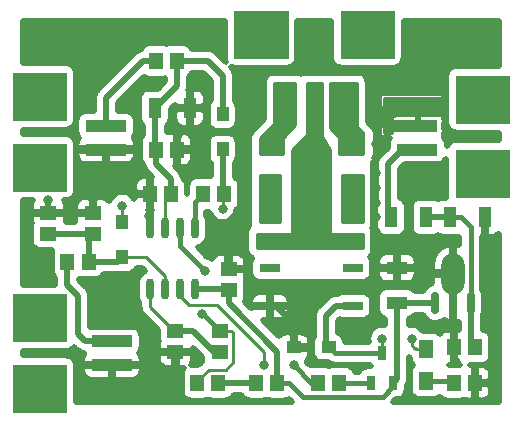
<source format=gbr>
%TF.GenerationSoftware,KiCad,Pcbnew,(5.1.4)-1*%
%TF.CreationDate,2021-02-25T01:30:08+08:00*%
%TF.ProjectId,Overdrive_Protector,4f766572-6472-4697-9665-5f50726f7465,rev?*%
%TF.SameCoordinates,Original*%
%TF.FileFunction,Copper,L1,Top*%
%TF.FilePolarity,Positive*%
%FSLAX46Y46*%
G04 Gerber Fmt 4.6, Leading zero omitted, Abs format (unit mm)*
G04 Created by KiCad (PCBNEW (5.1.4)-1) date 2021-02-25 01:30:08*
%MOMM*%
%LPD*%
G04 APERTURE LIST*
%ADD10C,0.100000*%
%ADD11R,1.250000X1.000000*%
%ADD12R,1.800000X1.130000*%
%ADD13R,3.400000X1.500000*%
%ADD14R,3.500000X1.000000*%
%ADD15R,1.300000X1.500000*%
%ADD16R,1.160000X1.470000*%
%ADD17R,1.500000X3.400000*%
%ADD18R,1.000000X3.500000*%
%ADD19O,0.700000X1.800000*%
%ADD20O,0.700000X1.900000*%
%ADD21O,2.000000X3.500000*%
%ADD22O,0.700000X2.100000*%
%ADD23R,1.470000X1.160000*%
%ADD24R,0.700000X1.250000*%
%ADD25R,1.800000X0.800000*%
%ADD26R,1.130000X1.800000*%
%ADD27R,1.000000X1.250000*%
%ADD28C,0.800000*%
%ADD29C,0.508000*%
%ADD30C,1.016000*%
%ADD31C,0.381000*%
%ADD32C,0.254000*%
%ADD33C,0.350000*%
G04 APERTURE END LIST*
D10*
G36*
X55750000Y-54000000D02*
G01*
X51250000Y-54000000D01*
X51250000Y-50000000D01*
X55750000Y-50000000D01*
X55750000Y-54000000D01*
G37*
X55750000Y-54000000D02*
X51250000Y-54000000D01*
X51250000Y-50000000D01*
X55750000Y-50000000D01*
X55750000Y-54000000D01*
G36*
X46750000Y-54000000D02*
G01*
X42250000Y-54000000D01*
X42250000Y-50000000D01*
X46750000Y-50000000D01*
X46750000Y-54000000D01*
G37*
X46750000Y-54000000D02*
X42250000Y-54000000D01*
X42250000Y-50000000D01*
X46750000Y-50000000D01*
X46750000Y-54000000D01*
G36*
X65500000Y-65750000D02*
G01*
X61000000Y-65750000D01*
X61000000Y-61750000D01*
X65500000Y-61750000D01*
X65500000Y-65750000D01*
G37*
X65500000Y-65750000D02*
X61000000Y-65750000D01*
X61000000Y-61750000D01*
X65500000Y-61750000D01*
X65500000Y-65750000D01*
G36*
X65500000Y-59500000D02*
G01*
X61000000Y-59500000D01*
X61000000Y-55500000D01*
X65500000Y-55500000D01*
X65500000Y-59500000D01*
G37*
X65500000Y-59500000D02*
X61000000Y-59500000D01*
X61000000Y-55500000D01*
X65500000Y-55500000D01*
X65500000Y-59500000D01*
G36*
X28000000Y-84000000D02*
G01*
X23500000Y-84000000D01*
X23500000Y-80000000D01*
X28000000Y-80000000D01*
X28000000Y-84000000D01*
G37*
X28000000Y-84000000D02*
X23500000Y-84000000D01*
X23500000Y-80000000D01*
X28000000Y-80000000D01*
X28000000Y-84000000D01*
G36*
X28000000Y-78000000D02*
G01*
X23500000Y-78000000D01*
X23500000Y-74000000D01*
X28000000Y-74000000D01*
X28000000Y-78000000D01*
G37*
X28000000Y-78000000D02*
X23500000Y-78000000D01*
X23500000Y-74000000D01*
X28000000Y-74000000D01*
X28000000Y-78000000D01*
G36*
X28000000Y-65250000D02*
G01*
X23500000Y-65250000D01*
X23500000Y-61250000D01*
X28000000Y-61250000D01*
X28000000Y-65250000D01*
G37*
X28000000Y-65250000D02*
X23500000Y-65250000D01*
X23500000Y-61250000D01*
X28000000Y-61250000D01*
X28000000Y-65250000D01*
G36*
X28000000Y-59250000D02*
G01*
X23500000Y-59250000D01*
X23500000Y-55250000D01*
X28000000Y-55250000D01*
X28000000Y-59250000D01*
G37*
X28000000Y-59250000D02*
X23500000Y-59250000D01*
X23500000Y-55250000D01*
X28000000Y-55250000D01*
X28000000Y-59250000D01*
D11*
X50225000Y-78500000D03*
X47275000Y-78500000D03*
D12*
X45250000Y-64490000D03*
X45250000Y-61510000D03*
X52250000Y-61510000D03*
X52250000Y-64490000D03*
D13*
X26125000Y-82350000D03*
X26125000Y-75650000D03*
D14*
X31875000Y-80000000D03*
X31875000Y-78000000D03*
D13*
X63475000Y-57400000D03*
X63475000Y-64100000D03*
D14*
X57725000Y-59750000D03*
X57725000Y-61750000D03*
D13*
X25625000Y-64100000D03*
X25625000Y-57400000D03*
D14*
X31375000Y-61750000D03*
X31375000Y-59750000D03*
D15*
X58500000Y-78650000D03*
X58500000Y-81350000D03*
D16*
X60860000Y-81500000D03*
X62640000Y-81500000D03*
D17*
X44650000Y-52125000D03*
X53350000Y-52125000D03*
D18*
X47000000Y-57875000D03*
X49000000Y-57875000D03*
X51000000Y-57875000D03*
D19*
X38905000Y-73600000D03*
X37635000Y-73600000D03*
X36365000Y-73600000D03*
X35095000Y-73600000D03*
X35095000Y-68400000D03*
X36365000Y-68400000D03*
X37635000Y-68400000D03*
X38905000Y-68400000D03*
D20*
X62250000Y-74750000D03*
D21*
X60750000Y-72250000D03*
D22*
X60750000Y-74650000D03*
D20*
X59250000Y-74750000D03*
D16*
X49360000Y-81500000D03*
X51140000Y-81500000D03*
X41390000Y-65500000D03*
X39610000Y-65500000D03*
D23*
X37250000Y-77110000D03*
X37250000Y-78890000D03*
X41000000Y-77110000D03*
X41000000Y-78890000D03*
D16*
X40890000Y-81500000D03*
X39110000Y-81500000D03*
X44110000Y-81500000D03*
X45890000Y-81500000D03*
D23*
X26500000Y-68890000D03*
X26500000Y-67110000D03*
D16*
X36890000Y-65500000D03*
X35110000Y-65500000D03*
X28110000Y-71250000D03*
X29890000Y-71250000D03*
X35610000Y-54250000D03*
X37390000Y-54250000D03*
D24*
X54750000Y-79000000D03*
X55700000Y-81500000D03*
X53800000Y-81500000D03*
D25*
X45250000Y-75000000D03*
X45250000Y-71800000D03*
X45250000Y-69600000D03*
X45250000Y-67400000D03*
X52250000Y-67400000D03*
X52250000Y-69600000D03*
X52250000Y-71800000D03*
X52250000Y-75000000D03*
D26*
X55510000Y-67500000D03*
X58490000Y-67500000D03*
D27*
X32750000Y-70875000D03*
X32750000Y-67925000D03*
X41250000Y-58775000D03*
X41250000Y-61725000D03*
D23*
X41750000Y-73640000D03*
X41750000Y-71860000D03*
D12*
X56000000Y-71760000D03*
X56000000Y-74740000D03*
D23*
X30250000Y-67110000D03*
X30250000Y-68890000D03*
D26*
X38490000Y-58250000D03*
X35510000Y-58250000D03*
D16*
X60860000Y-78500000D03*
X62640000Y-78500000D03*
X37390000Y-61750000D03*
X35610000Y-61750000D03*
D26*
X63490000Y-67500000D03*
X60510000Y-67500000D03*
D28*
X39500000Y-58250000D03*
X37500000Y-60500000D03*
X34000000Y-65500000D03*
X30250000Y-66000000D03*
X26500000Y-66000000D03*
X33750000Y-61750000D03*
X34500000Y-80000000D03*
X35750000Y-79000000D03*
X35000000Y-67374442D03*
X41750000Y-70500000D03*
X41750000Y-69750000D03*
X60750000Y-76250000D03*
X60860000Y-77140000D03*
X63750000Y-81500000D03*
X61000000Y-79750000D03*
X56000000Y-70500000D03*
X60750000Y-70000000D03*
X63500000Y-69000000D03*
X55250000Y-59750000D03*
X55250000Y-59000000D03*
X55250000Y-58250000D03*
X56250000Y-58250000D03*
X57250000Y-58250000D03*
X58500000Y-58250000D03*
X59250000Y-58250000D03*
X43000000Y-60750000D03*
X43000000Y-62000000D03*
X43000000Y-63250000D03*
X43000000Y-64250000D03*
X43000000Y-65500000D03*
X43000000Y-67000000D03*
X43000000Y-68500000D03*
X43000000Y-70000000D03*
X54250000Y-67500000D03*
X54250000Y-66250000D03*
X54250000Y-65000000D03*
X54250000Y-63750000D03*
X54250000Y-62500000D03*
X54250000Y-61250000D03*
X46000000Y-55000000D03*
X48250000Y-54750000D03*
X50000000Y-54750000D03*
X52250000Y-55000000D03*
X54250000Y-68750000D03*
X54250000Y-70000000D03*
X43000000Y-59500000D03*
X43000000Y-58250000D03*
X43000000Y-57000000D03*
X43000000Y-55750000D03*
X44250000Y-55000000D03*
X44250000Y-55000000D03*
X54250000Y-55500000D03*
X45000000Y-73500000D03*
X46750000Y-73500000D03*
X48500000Y-73500000D03*
X50250000Y-73500000D03*
X52000000Y-73500000D03*
X53750000Y-73500000D03*
X43500000Y-73250000D03*
X32750000Y-66500000D03*
X41250000Y-66750000D03*
X54750000Y-77750000D03*
X57250000Y-77750000D03*
X39750000Y-72000000D03*
X39526153Y-75662020D03*
X47250000Y-80000000D03*
X44750000Y-80000000D03*
D29*
X38490000Y-58250000D02*
X39500000Y-58250000D01*
X37390000Y-61750000D02*
X37390000Y-60610000D01*
X37390000Y-60610000D02*
X37500000Y-60500000D01*
X35110000Y-65500000D02*
X34000000Y-65500000D01*
X30250000Y-67110000D02*
X30250000Y-66000000D01*
X26500000Y-67110000D02*
X26500000Y-66000000D01*
X31375000Y-61750000D02*
X33750000Y-61750000D01*
X31875000Y-80000000D02*
X34500000Y-80000000D01*
X37250000Y-78890000D02*
X35860000Y-78890000D01*
X35860000Y-78890000D02*
X35750000Y-79000000D01*
X35095000Y-68400000D02*
X35000000Y-68305000D01*
X35000000Y-68305000D02*
X35000000Y-67940127D01*
X35000000Y-67940127D02*
X35000000Y-67374442D01*
X41750000Y-71860000D02*
X41750000Y-70500000D01*
X42993000Y-71860000D02*
X41750000Y-71860000D01*
X43500000Y-72367000D02*
X42993000Y-71860000D01*
X43500000Y-74658000D02*
X43500000Y-73250000D01*
X43842000Y-75000000D02*
X43500000Y-74658000D01*
X45250000Y-75000000D02*
X43842000Y-75000000D01*
X47275000Y-76525000D02*
X45750000Y-75000000D01*
X45750000Y-75000000D02*
X45250000Y-75000000D01*
X47275000Y-78500000D02*
X47275000Y-76525000D01*
X60750000Y-74650000D02*
X60750000Y-76250000D01*
X60860000Y-74760000D02*
X60750000Y-74650000D01*
X60860000Y-78500000D02*
X60860000Y-77140000D01*
X60860000Y-77140000D02*
X60860000Y-74760000D01*
X62640000Y-81500000D02*
X63750000Y-81500000D01*
X60860000Y-78500000D02*
X60860000Y-79610000D01*
X60860000Y-79610000D02*
X61000000Y-79750000D01*
X56000000Y-71760000D02*
X56000000Y-70500000D01*
X60750000Y-72250000D02*
X60750000Y-70000000D01*
X63490000Y-67500000D02*
X63490000Y-68990000D01*
X63490000Y-68990000D02*
X63500000Y-69000000D01*
X55250000Y-59000000D02*
X55250000Y-58250000D01*
D30*
X55250000Y-59750000D02*
X55250000Y-58250000D01*
X57725000Y-59750000D02*
X55250000Y-59750000D01*
D29*
X43500000Y-73250000D02*
X43500000Y-72367000D01*
X62250000Y-78110000D02*
X62640000Y-78500000D01*
X62250000Y-74750000D02*
X62250000Y-78110000D01*
X58240000Y-67500000D02*
X60510000Y-67500000D01*
D31*
X62250000Y-73419000D02*
X62250000Y-74750000D01*
X62250000Y-68294000D02*
X62250000Y-73419000D01*
X61456000Y-67500000D02*
X62250000Y-68294000D01*
X60510000Y-67500000D02*
X61456000Y-67500000D01*
D29*
X35510000Y-61650000D02*
X35610000Y-61750000D01*
X35510000Y-58250000D02*
X35510000Y-61650000D01*
X37390000Y-56370000D02*
X37390000Y-54250000D01*
X35510000Y-58250000D02*
X37390000Y-56370000D01*
X36890000Y-64273000D02*
X36890000Y-65500000D01*
X35610000Y-62993000D02*
X36890000Y-64273000D01*
X35610000Y-61750000D02*
X35610000Y-62993000D01*
X41250000Y-58775000D02*
X41250000Y-55500000D01*
X40000000Y-54250000D02*
X37390000Y-54250000D01*
X41250000Y-55500000D02*
X40000000Y-54250000D01*
D32*
X36365000Y-66025000D02*
X36890000Y-65500000D01*
X36365000Y-68400000D02*
X36365000Y-66025000D01*
D29*
X26500000Y-68890000D02*
X30250000Y-68890000D01*
D32*
X33504000Y-70875000D02*
X32750000Y-70875000D01*
X34794000Y-70875000D02*
X33504000Y-70875000D01*
X36365000Y-72446000D02*
X34794000Y-70875000D01*
X36365000Y-73600000D02*
X36365000Y-72446000D01*
D29*
X32375000Y-71250000D02*
X32750000Y-70875000D01*
X29890000Y-71250000D02*
X32375000Y-71250000D01*
X30250000Y-68890000D02*
X29890000Y-69250000D01*
X29890000Y-69250000D02*
X29890000Y-71250000D01*
X41710000Y-73600000D02*
X41750000Y-73640000D01*
X38905000Y-73600000D02*
X41710000Y-73600000D01*
X45890000Y-80257000D02*
X45890000Y-81500000D01*
X45890000Y-78868000D02*
X45890000Y-80257000D01*
X41750000Y-74728000D02*
X45890000Y-78868000D01*
X41750000Y-73640000D02*
X41750000Y-74728000D01*
D31*
X55700000Y-81775000D02*
X55700000Y-81500000D01*
X54795499Y-82679501D02*
X55700000Y-81775000D01*
X48030501Y-82679501D02*
X54795499Y-82679501D01*
X46851000Y-81500000D02*
X48030501Y-82679501D01*
X45890000Y-81500000D02*
X46851000Y-81500000D01*
D29*
X59240000Y-74740000D02*
X59250000Y-74750000D01*
X56000000Y-74740000D02*
X59240000Y-74740000D01*
X56000000Y-81200000D02*
X55700000Y-81500000D01*
X56000000Y-74740000D02*
X56000000Y-81200000D01*
X41250000Y-65360000D02*
X41390000Y-65500000D01*
X41250000Y-61725000D02*
X41250000Y-63500000D01*
X41250000Y-63500000D02*
X41250000Y-65360000D01*
D32*
X32750000Y-67925000D02*
X32750000Y-66500000D01*
X41250000Y-65640000D02*
X41390000Y-65500000D01*
X41250000Y-66750000D02*
X41250000Y-65640000D01*
D29*
X50842000Y-75000000D02*
X50000000Y-75842000D01*
X52250000Y-75000000D02*
X50842000Y-75000000D01*
X50000000Y-75842000D02*
X50000000Y-78500000D01*
D31*
X50725000Y-79000000D02*
X50225000Y-78500000D01*
X54750000Y-79000000D02*
X50725000Y-79000000D01*
D32*
X54750000Y-79000000D02*
X54750000Y-77750000D01*
X57596000Y-78650000D02*
X57500000Y-78554000D01*
X58500000Y-78650000D02*
X57596000Y-78650000D01*
X57250000Y-78315685D02*
X57250000Y-77750000D01*
X57488315Y-78554000D02*
X57250000Y-78315685D01*
X57500000Y-78554000D02*
X57488315Y-78554000D01*
D29*
X56475000Y-61750000D02*
X57725000Y-61750000D01*
X55260000Y-62965000D02*
X56475000Y-61750000D01*
X55260000Y-67500000D02*
X55260000Y-62965000D01*
X34522000Y-54250000D02*
X35610000Y-54250000D01*
X31375000Y-57397000D02*
X34522000Y-54250000D01*
X31375000Y-59750000D02*
X31375000Y-57397000D01*
X28110000Y-73243000D02*
X28110000Y-71250000D01*
X29000000Y-74133000D02*
X28110000Y-73243000D01*
X29000000Y-77383000D02*
X29000000Y-74133000D01*
X31875000Y-78000000D02*
X29617000Y-78000000D01*
X29617000Y-78000000D02*
X29000000Y-77383000D01*
D31*
X51140000Y-81500000D02*
X53800000Y-81500000D01*
D29*
X40890000Y-81500000D02*
X44110000Y-81500000D01*
D32*
X39110000Y-81345000D02*
X39110000Y-81500000D01*
X40071001Y-80383999D02*
X39110000Y-81345000D01*
X41506803Y-80383999D02*
X40071001Y-80383999D01*
X42116001Y-79774801D02*
X41506803Y-80383999D01*
X42116001Y-77237001D02*
X42116001Y-79774801D01*
X41989000Y-77110000D02*
X42116001Y-77237001D01*
X41000000Y-77110000D02*
X41989000Y-77110000D01*
D31*
X37635000Y-69885000D02*
X39750000Y-72000000D01*
X37635000Y-68400000D02*
X37635000Y-69885000D01*
X39552020Y-75662020D02*
X41000000Y-77110000D01*
X39526153Y-75662020D02*
X39552020Y-75662020D01*
D32*
X37095000Y-77110000D02*
X37250000Y-77110000D01*
X35095000Y-75110000D02*
X37095000Y-77110000D01*
X35095000Y-73600000D02*
X35095000Y-75110000D01*
D29*
X40550598Y-78890000D02*
X41000000Y-78890000D01*
X38770598Y-77110000D02*
X40550598Y-78890000D01*
X37250000Y-77110000D02*
X38770598Y-77110000D01*
D31*
X38905000Y-66205000D02*
X39610000Y-65500000D01*
X38905000Y-68400000D02*
X38905000Y-66205000D01*
X60710000Y-81350000D02*
X60860000Y-81500000D01*
X58500000Y-81350000D02*
X60710000Y-81350000D01*
D32*
X37635000Y-74150000D02*
X37635000Y-73600000D01*
X38366010Y-74881010D02*
X37635000Y-74150000D01*
X44750000Y-78859198D02*
X40771812Y-74881010D01*
X44750000Y-80000000D02*
X44750000Y-78859198D01*
X40771812Y-74881010D02*
X38366010Y-74881010D01*
D31*
X48750000Y-81500000D02*
X47250000Y-80000000D01*
X49360000Y-81500000D02*
X48750000Y-81500000D01*
D32*
G36*
X46123000Y-67873000D02*
G01*
X44377000Y-67873000D01*
X44377000Y-63877000D01*
X46123000Y-63877000D01*
X46123000Y-67873000D01*
X46123000Y-67873000D01*
G37*
X46123000Y-67873000D02*
X44377000Y-67873000D01*
X44377000Y-63877000D01*
X46123000Y-63877000D01*
X46123000Y-67873000D01*
G36*
X59623000Y-58848682D02*
G01*
X59558707Y-58829178D01*
X59475000Y-58820934D01*
X57958750Y-58823000D01*
X57852000Y-58929750D01*
X57852000Y-59623000D01*
X57872000Y-59623000D01*
X57872000Y-59877000D01*
X57852000Y-59877000D01*
X57852000Y-59897000D01*
X57598000Y-59897000D01*
X57598000Y-59877000D01*
X55654750Y-59877000D01*
X55548000Y-59983750D01*
X55545934Y-60250000D01*
X55554178Y-60333707D01*
X55566098Y-60373000D01*
X54877000Y-60373000D01*
X54877000Y-59250000D01*
X55545934Y-59250000D01*
X55548000Y-59516250D01*
X55654750Y-59623000D01*
X57598000Y-59623000D01*
X57598000Y-58929750D01*
X57491250Y-58823000D01*
X55975000Y-58820934D01*
X55891293Y-58829178D01*
X55810804Y-58853595D01*
X55736624Y-58893245D01*
X55671605Y-58946605D01*
X55618245Y-59011624D01*
X55578595Y-59085804D01*
X55554178Y-59166293D01*
X55545934Y-59250000D01*
X54877000Y-59250000D01*
X54877000Y-57377000D01*
X59623000Y-57377000D01*
X59623000Y-58848682D01*
X59623000Y-58848682D01*
G37*
X59623000Y-58848682D02*
X59558707Y-58829178D01*
X59475000Y-58820934D01*
X57958750Y-58823000D01*
X57852000Y-58929750D01*
X57852000Y-59623000D01*
X57872000Y-59623000D01*
X57872000Y-59877000D01*
X57852000Y-59877000D01*
X57852000Y-59897000D01*
X57598000Y-59897000D01*
X57598000Y-59877000D01*
X55654750Y-59877000D01*
X55548000Y-59983750D01*
X55545934Y-60250000D01*
X55554178Y-60333707D01*
X55566098Y-60373000D01*
X54877000Y-60373000D01*
X54877000Y-59250000D01*
X55545934Y-59250000D01*
X55548000Y-59516250D01*
X55654750Y-59623000D01*
X57598000Y-59623000D01*
X57598000Y-58929750D01*
X57491250Y-58823000D01*
X55975000Y-58820934D01*
X55891293Y-58829178D01*
X55810804Y-58853595D01*
X55736624Y-58893245D01*
X55671605Y-58946605D01*
X55618245Y-59011624D01*
X55578595Y-59085804D01*
X55554178Y-59166293D01*
X55545934Y-59250000D01*
X54877000Y-59250000D01*
X54877000Y-57377000D01*
X59623000Y-57377000D01*
X59623000Y-58848682D01*
G36*
X53123000Y-67873000D02*
G01*
X51377000Y-67873000D01*
X51377000Y-63877000D01*
X53123000Y-63877000D01*
X53123000Y-67873000D01*
X53123000Y-67873000D01*
G37*
X53123000Y-67873000D02*
X51377000Y-67873000D01*
X51377000Y-63877000D01*
X53123000Y-63877000D01*
X53123000Y-67873000D01*
G36*
X47373000Y-59697394D02*
G01*
X46410197Y-60660197D01*
X46394403Y-60679443D01*
X46382667Y-60701399D01*
X46375440Y-60725224D01*
X46373000Y-60750000D01*
X46373000Y-62123000D01*
X44377000Y-62123000D01*
X44377000Y-60802606D01*
X45589803Y-59589803D01*
X45605597Y-59570557D01*
X45617333Y-59548601D01*
X45624560Y-59524776D01*
X45627000Y-59500000D01*
X45627000Y-56127000D01*
X47373000Y-56127000D01*
X47373000Y-59697394D01*
X47373000Y-59697394D01*
G37*
X47373000Y-59697394D02*
X46410197Y-60660197D01*
X46394403Y-60679443D01*
X46382667Y-60701399D01*
X46375440Y-60725224D01*
X46373000Y-60750000D01*
X46373000Y-62123000D01*
X44377000Y-62123000D01*
X44377000Y-60802606D01*
X45589803Y-59589803D01*
X45605597Y-59570557D01*
X45617333Y-59548601D01*
X45624560Y-59524776D01*
X45627000Y-59500000D01*
X45627000Y-56127000D01*
X47373000Y-56127000D01*
X47373000Y-59697394D01*
G36*
X52623000Y-59750000D02*
G01*
X52625440Y-59774776D01*
X52632667Y-59798601D01*
X52644403Y-59820557D01*
X52660197Y-59839803D01*
X53123000Y-60302606D01*
X53123000Y-62123000D01*
X51127000Y-62123000D01*
X51127000Y-60750000D01*
X51124560Y-60725224D01*
X51117333Y-60701399D01*
X51105597Y-60679443D01*
X51089803Y-60660197D01*
X50377000Y-59947394D01*
X50377000Y-56127000D01*
X52623000Y-56127000D01*
X52623000Y-59750000D01*
X52623000Y-59750000D01*
G37*
X52623000Y-59750000D02*
X52625440Y-59774776D01*
X52632667Y-59798601D01*
X52644403Y-59820557D01*
X52660197Y-59839803D01*
X53123000Y-60302606D01*
X53123000Y-62123000D01*
X51127000Y-62123000D01*
X51127000Y-60750000D01*
X51124560Y-60725224D01*
X51117333Y-60701399D01*
X51105597Y-60679443D01*
X51089803Y-60660197D01*
X50377000Y-59947394D01*
X50377000Y-56127000D01*
X52623000Y-56127000D01*
X52623000Y-59750000D01*
G36*
X49623000Y-60500000D02*
G01*
X49625440Y-60524776D01*
X49632667Y-60548601D01*
X49641098Y-60565341D01*
X50373000Y-61785178D01*
X50373000Y-68750000D01*
X50375440Y-68774776D01*
X50382667Y-68798601D01*
X50394403Y-68820557D01*
X50410197Y-68839803D01*
X50429443Y-68855597D01*
X50451399Y-68867333D01*
X50475224Y-68874560D01*
X50500000Y-68877000D01*
X53123000Y-68877000D01*
X53123000Y-70123000D01*
X44127000Y-70123000D01*
X44127000Y-68877000D01*
X47000000Y-68877000D01*
X47024776Y-68874560D01*
X47048601Y-68867333D01*
X47070557Y-68855597D01*
X47089803Y-68839803D01*
X47105597Y-68820557D01*
X47117333Y-68798601D01*
X47124560Y-68774776D01*
X47127000Y-68750000D01*
X47127000Y-61802606D01*
X48339803Y-60589803D01*
X48355597Y-60570557D01*
X48367333Y-60548601D01*
X48374560Y-60524776D01*
X48377000Y-60500000D01*
X48377000Y-56127000D01*
X49623000Y-56127000D01*
X49623000Y-60500000D01*
X49623000Y-60500000D01*
G37*
X49623000Y-60500000D02*
X49625440Y-60524776D01*
X49632667Y-60548601D01*
X49641098Y-60565341D01*
X50373000Y-61785178D01*
X50373000Y-68750000D01*
X50375440Y-68774776D01*
X50382667Y-68798601D01*
X50394403Y-68820557D01*
X50410197Y-68839803D01*
X50429443Y-68855597D01*
X50451399Y-68867333D01*
X50475224Y-68874560D01*
X50500000Y-68877000D01*
X53123000Y-68877000D01*
X53123000Y-70123000D01*
X44127000Y-70123000D01*
X44127000Y-68877000D01*
X47000000Y-68877000D01*
X47024776Y-68874560D01*
X47048601Y-68867333D01*
X47070557Y-68855597D01*
X47089803Y-68839803D01*
X47105597Y-68820557D01*
X47117333Y-68798601D01*
X47124560Y-68774776D01*
X47127000Y-68750000D01*
X47127000Y-61802606D01*
X48339803Y-60589803D01*
X48355597Y-60570557D01*
X48367333Y-60548601D01*
X48374560Y-60524776D01*
X48377000Y-60500000D01*
X48377000Y-56127000D01*
X49623000Y-56127000D01*
X49623000Y-60500000D01*
D29*
G36*
X63586000Y-67404000D02*
G01*
X63606000Y-67404000D01*
X63606000Y-67596000D01*
X63586000Y-67596000D01*
X63586000Y-68971500D01*
X63776500Y-69162000D01*
X64055000Y-69165687D01*
X64204378Y-69150975D01*
X64348016Y-69107403D01*
X64480393Y-69036645D01*
X64596422Y-68941422D01*
X64638000Y-68890759D01*
X64638000Y-83138000D01*
X55684038Y-83138000D01*
X55931352Y-82890686D01*
X56050000Y-82890686D01*
X56199378Y-82875974D01*
X56343015Y-82832402D01*
X56475392Y-82761645D01*
X56591422Y-82666422D01*
X56686645Y-82550392D01*
X56757402Y-82418015D01*
X56800974Y-82274378D01*
X56815686Y-82125000D01*
X56815686Y-81807613D01*
X56848860Y-81767190D01*
X56943202Y-81590687D01*
X57001298Y-81399171D01*
X57006141Y-81350000D01*
X57020915Y-81200001D01*
X57016000Y-81150099D01*
X57016000Y-79324055D01*
X57084314Y-79380119D01*
X57084314Y-79400000D01*
X57099026Y-79549378D01*
X57142598Y-79693015D01*
X57213355Y-79825392D01*
X57308578Y-79941422D01*
X57379956Y-80000000D01*
X57308578Y-80058578D01*
X57213355Y-80174608D01*
X57142598Y-80306985D01*
X57099026Y-80450622D01*
X57084314Y-80600000D01*
X57084314Y-82100000D01*
X57099026Y-82249378D01*
X57142598Y-82393015D01*
X57213355Y-82525392D01*
X57308578Y-82641422D01*
X57424608Y-82736645D01*
X57556985Y-82807402D01*
X57700622Y-82850974D01*
X57850000Y-82865686D01*
X59150000Y-82865686D01*
X59299378Y-82850974D01*
X59443015Y-82807402D01*
X59575392Y-82736645D01*
X59653397Y-82672628D01*
X59738578Y-82776422D01*
X59854608Y-82871645D01*
X59986985Y-82942402D01*
X60130622Y-82985974D01*
X60280000Y-83000686D01*
X61440000Y-83000686D01*
X61589378Y-82985974D01*
X61733015Y-82942402D01*
X61749999Y-82933324D01*
X61766984Y-82942403D01*
X61910622Y-82985975D01*
X62060000Y-83000687D01*
X62353500Y-82997000D01*
X62544000Y-82806500D01*
X62544000Y-81596000D01*
X62736000Y-81596000D01*
X62736000Y-82806500D01*
X62926500Y-82997000D01*
X63220000Y-83000687D01*
X63369378Y-82985975D01*
X63513016Y-82942403D01*
X63645393Y-82871645D01*
X63761422Y-82776422D01*
X63856645Y-82660393D01*
X63927403Y-82528016D01*
X63970975Y-82384378D01*
X63985687Y-82235000D01*
X63982000Y-81786500D01*
X63791500Y-81596000D01*
X62736000Y-81596000D01*
X62544000Y-81596000D01*
X62524000Y-81596000D01*
X62524000Y-81404000D01*
X62544000Y-81404000D01*
X62544000Y-80193500D01*
X62353500Y-80003000D01*
X62169296Y-80000686D01*
X63110704Y-80000686D01*
X62926500Y-80003000D01*
X62736000Y-80193500D01*
X62736000Y-81404000D01*
X63791500Y-81404000D01*
X63982000Y-81213500D01*
X63985687Y-80765000D01*
X63970975Y-80615622D01*
X63927403Y-80471984D01*
X63856645Y-80339607D01*
X63761422Y-80223578D01*
X63645393Y-80128355D01*
X63513016Y-80057597D01*
X63369378Y-80014025D01*
X63226970Y-80000000D01*
X63369378Y-79985974D01*
X63513015Y-79942402D01*
X63645392Y-79871645D01*
X63761422Y-79776422D01*
X63856645Y-79660392D01*
X63927402Y-79528015D01*
X63970974Y-79384378D01*
X63985686Y-79235000D01*
X63985686Y-77765000D01*
X63970974Y-77615622D01*
X63927402Y-77471985D01*
X63856645Y-77339608D01*
X63761422Y-77223578D01*
X63645392Y-77128355D01*
X63513015Y-77057598D01*
X63369378Y-77014026D01*
X63266000Y-77003844D01*
X63266000Y-75808145D01*
X63282325Y-75777603D01*
X63345910Y-75567990D01*
X63362000Y-75404624D01*
X63362000Y-74095376D01*
X63345910Y-73932010D01*
X63282325Y-73722397D01*
X63202500Y-73573055D01*
X63202500Y-69162013D01*
X63203500Y-69162000D01*
X63394000Y-68971500D01*
X63394000Y-67596000D01*
X63374000Y-67596000D01*
X63374000Y-67404000D01*
X63394000Y-67404000D01*
X63394000Y-67384000D01*
X63586000Y-67384000D01*
X63586000Y-67404000D01*
X63586000Y-67404000D01*
G37*
X63586000Y-67404000D02*
X63606000Y-67404000D01*
X63606000Y-67596000D01*
X63586000Y-67596000D01*
X63586000Y-68971500D01*
X63776500Y-69162000D01*
X64055000Y-69165687D01*
X64204378Y-69150975D01*
X64348016Y-69107403D01*
X64480393Y-69036645D01*
X64596422Y-68941422D01*
X64638000Y-68890759D01*
X64638000Y-83138000D01*
X55684038Y-83138000D01*
X55931352Y-82890686D01*
X56050000Y-82890686D01*
X56199378Y-82875974D01*
X56343015Y-82832402D01*
X56475392Y-82761645D01*
X56591422Y-82666422D01*
X56686645Y-82550392D01*
X56757402Y-82418015D01*
X56800974Y-82274378D01*
X56815686Y-82125000D01*
X56815686Y-81807613D01*
X56848860Y-81767190D01*
X56943202Y-81590687D01*
X57001298Y-81399171D01*
X57006141Y-81350000D01*
X57020915Y-81200001D01*
X57016000Y-81150099D01*
X57016000Y-79324055D01*
X57084314Y-79380119D01*
X57084314Y-79400000D01*
X57099026Y-79549378D01*
X57142598Y-79693015D01*
X57213355Y-79825392D01*
X57308578Y-79941422D01*
X57379956Y-80000000D01*
X57308578Y-80058578D01*
X57213355Y-80174608D01*
X57142598Y-80306985D01*
X57099026Y-80450622D01*
X57084314Y-80600000D01*
X57084314Y-82100000D01*
X57099026Y-82249378D01*
X57142598Y-82393015D01*
X57213355Y-82525392D01*
X57308578Y-82641422D01*
X57424608Y-82736645D01*
X57556985Y-82807402D01*
X57700622Y-82850974D01*
X57850000Y-82865686D01*
X59150000Y-82865686D01*
X59299378Y-82850974D01*
X59443015Y-82807402D01*
X59575392Y-82736645D01*
X59653397Y-82672628D01*
X59738578Y-82776422D01*
X59854608Y-82871645D01*
X59986985Y-82942402D01*
X60130622Y-82985974D01*
X60280000Y-83000686D01*
X61440000Y-83000686D01*
X61589378Y-82985974D01*
X61733015Y-82942402D01*
X61749999Y-82933324D01*
X61766984Y-82942403D01*
X61910622Y-82985975D01*
X62060000Y-83000687D01*
X62353500Y-82997000D01*
X62544000Y-82806500D01*
X62544000Y-81596000D01*
X62736000Y-81596000D01*
X62736000Y-82806500D01*
X62926500Y-82997000D01*
X63220000Y-83000687D01*
X63369378Y-82985975D01*
X63513016Y-82942403D01*
X63645393Y-82871645D01*
X63761422Y-82776422D01*
X63856645Y-82660393D01*
X63927403Y-82528016D01*
X63970975Y-82384378D01*
X63985687Y-82235000D01*
X63982000Y-81786500D01*
X63791500Y-81596000D01*
X62736000Y-81596000D01*
X62544000Y-81596000D01*
X62524000Y-81596000D01*
X62524000Y-81404000D01*
X62544000Y-81404000D01*
X62544000Y-80193500D01*
X62353500Y-80003000D01*
X62169296Y-80000686D01*
X63110704Y-80000686D01*
X62926500Y-80003000D01*
X62736000Y-80193500D01*
X62736000Y-81404000D01*
X63791500Y-81404000D01*
X63982000Y-81213500D01*
X63985687Y-80765000D01*
X63970975Y-80615622D01*
X63927403Y-80471984D01*
X63856645Y-80339607D01*
X63761422Y-80223578D01*
X63645393Y-80128355D01*
X63513016Y-80057597D01*
X63369378Y-80014025D01*
X63226970Y-80000000D01*
X63369378Y-79985974D01*
X63513015Y-79942402D01*
X63645392Y-79871645D01*
X63761422Y-79776422D01*
X63856645Y-79660392D01*
X63927402Y-79528015D01*
X63970974Y-79384378D01*
X63985686Y-79235000D01*
X63985686Y-77765000D01*
X63970974Y-77615622D01*
X63927402Y-77471985D01*
X63856645Y-77339608D01*
X63761422Y-77223578D01*
X63645392Y-77128355D01*
X63513015Y-77057598D01*
X63369378Y-77014026D01*
X63266000Y-77003844D01*
X63266000Y-75808145D01*
X63282325Y-75777603D01*
X63345910Y-75567990D01*
X63362000Y-75404624D01*
X63362000Y-74095376D01*
X63345910Y-73932010D01*
X63282325Y-73722397D01*
X63202500Y-73573055D01*
X63202500Y-69162013D01*
X63203500Y-69162000D01*
X63394000Y-68971500D01*
X63394000Y-67596000D01*
X63374000Y-67596000D01*
X63374000Y-67404000D01*
X63394000Y-67404000D01*
X63394000Y-67384000D01*
X63586000Y-67384000D01*
X63586000Y-67404000D01*
G36*
X34676637Y-72014872D02*
G01*
X34667397Y-72017675D01*
X34474217Y-72120932D01*
X34304893Y-72259893D01*
X34165932Y-72429217D01*
X34062675Y-72622398D01*
X33999090Y-72832011D01*
X33983000Y-72995377D01*
X33983000Y-74204624D01*
X33999090Y-74367990D01*
X34062676Y-74577603D01*
X34165933Y-74770783D01*
X34206001Y-74819606D01*
X34206001Y-75066331D01*
X34201700Y-75110000D01*
X34218864Y-75284274D01*
X34269698Y-75451852D01*
X34352248Y-75606291D01*
X34434987Y-75707108D01*
X34463342Y-75741659D01*
X34497259Y-75769494D01*
X35749314Y-77021550D01*
X35749314Y-77690000D01*
X35764026Y-77839378D01*
X35807598Y-77983015D01*
X35816676Y-77999999D01*
X35807597Y-78016984D01*
X35764025Y-78160622D01*
X35749313Y-78310000D01*
X35753000Y-78603500D01*
X35943500Y-78794000D01*
X37154000Y-78794000D01*
X37154000Y-78774000D01*
X37346000Y-78774000D01*
X37346000Y-78794000D01*
X38556500Y-78794000D01*
X38747000Y-78603500D01*
X38747996Y-78524238D01*
X39499314Y-79275557D01*
X39499314Y-79470000D01*
X39514026Y-79619378D01*
X39531433Y-79676762D01*
X39531414Y-79676778D01*
X39482576Y-79716859D01*
X39439342Y-79752340D01*
X39411506Y-79786258D01*
X39198450Y-79999314D01*
X38536359Y-79999314D01*
X38621645Y-79895393D01*
X38692403Y-79763016D01*
X38735975Y-79619378D01*
X38750687Y-79470000D01*
X38747000Y-79176500D01*
X38556500Y-78986000D01*
X37346000Y-78986000D01*
X37346000Y-80041500D01*
X37536500Y-80232000D01*
X37978683Y-80235635D01*
X37893355Y-80339608D01*
X37822598Y-80471985D01*
X37779026Y-80615622D01*
X37764314Y-80765000D01*
X37764314Y-82235000D01*
X37779026Y-82384378D01*
X37822598Y-82528015D01*
X37893355Y-82660392D01*
X37988578Y-82776422D01*
X38104608Y-82871645D01*
X38236985Y-82942402D01*
X38380622Y-82985974D01*
X38530000Y-83000686D01*
X39690000Y-83000686D01*
X39839378Y-82985974D01*
X39983015Y-82942402D01*
X40000000Y-82933323D01*
X40016985Y-82942402D01*
X40160622Y-82985974D01*
X40310000Y-83000686D01*
X41470000Y-83000686D01*
X41619378Y-82985974D01*
X41763015Y-82942402D01*
X41895392Y-82871645D01*
X42011422Y-82776422D01*
X42106645Y-82660392D01*
X42177402Y-82528015D01*
X42181047Y-82516000D01*
X42818953Y-82516000D01*
X42822598Y-82528015D01*
X42893355Y-82660392D01*
X42988578Y-82776422D01*
X43104608Y-82871645D01*
X43236985Y-82942402D01*
X43380622Y-82985974D01*
X43530000Y-83000686D01*
X44690000Y-83000686D01*
X44839378Y-82985974D01*
X44983015Y-82942402D01*
X45000000Y-82933323D01*
X45016985Y-82942402D01*
X45160622Y-82985974D01*
X45310000Y-83000686D01*
X46470000Y-83000686D01*
X46619378Y-82985974D01*
X46763015Y-82942402D01*
X46882499Y-82878537D01*
X47141962Y-83138000D01*
X28812000Y-83138000D01*
X28812000Y-80500000D01*
X29359313Y-80500000D01*
X29374025Y-80649378D01*
X29417597Y-80793016D01*
X29488355Y-80925393D01*
X29583578Y-81041422D01*
X29699607Y-81136645D01*
X29831984Y-81207403D01*
X29975622Y-81250975D01*
X30125000Y-81265687D01*
X31588500Y-81262000D01*
X31779000Y-81071500D01*
X31779000Y-80096000D01*
X31971000Y-80096000D01*
X31971000Y-81071500D01*
X32161500Y-81262000D01*
X33625000Y-81265687D01*
X33774378Y-81250975D01*
X33918016Y-81207403D01*
X34050393Y-81136645D01*
X34166422Y-81041422D01*
X34261645Y-80925393D01*
X34332403Y-80793016D01*
X34375975Y-80649378D01*
X34390687Y-80500000D01*
X34387000Y-80286500D01*
X34196500Y-80096000D01*
X31971000Y-80096000D01*
X31779000Y-80096000D01*
X29553500Y-80096000D01*
X29363000Y-80286500D01*
X29359313Y-80500000D01*
X28812000Y-80500000D01*
X28812000Y-80000000D01*
X28804538Y-79923890D01*
X28797617Y-79847846D01*
X28796814Y-79845118D01*
X28796536Y-79842282D01*
X28774444Y-79769112D01*
X28752873Y-79695819D01*
X28751553Y-79693295D01*
X28750731Y-79690571D01*
X28714875Y-79623135D01*
X28679453Y-79555379D01*
X28677668Y-79553159D01*
X28676332Y-79550646D01*
X28628070Y-79491471D01*
X28580152Y-79431873D01*
X28577968Y-79430041D01*
X28576171Y-79427837D01*
X28517281Y-79379118D01*
X28458753Y-79330008D01*
X28456262Y-79328639D01*
X28454065Y-79326821D01*
X28386786Y-79290444D01*
X28319881Y-79253662D01*
X28317168Y-79252801D01*
X28314663Y-79251447D01*
X28241674Y-79228853D01*
X28168824Y-79205744D01*
X28165993Y-79205427D01*
X28163275Y-79204585D01*
X28087317Y-79196601D01*
X28011337Y-79188079D01*
X28005868Y-79188041D01*
X28005669Y-79188020D01*
X28005470Y-79188038D01*
X28000000Y-79188000D01*
X24362000Y-79188000D01*
X24362000Y-78812000D01*
X28000000Y-78812000D01*
X28076110Y-78804538D01*
X28152154Y-78797617D01*
X28154882Y-78796814D01*
X28157718Y-78796536D01*
X28230888Y-78774444D01*
X28304181Y-78752873D01*
X28306705Y-78751553D01*
X28309429Y-78750731D01*
X28376865Y-78714875D01*
X28444621Y-78679453D01*
X28446841Y-78677668D01*
X28449354Y-78676332D01*
X28508529Y-78628070D01*
X28568127Y-78580152D01*
X28569959Y-78577968D01*
X28572163Y-78576171D01*
X28620882Y-78517281D01*
X28655812Y-78475652D01*
X28863287Y-78683127D01*
X28895104Y-78721896D01*
X29049810Y-78848860D01*
X29226313Y-78943202D01*
X29417829Y-79001298D01*
X29538745Y-79013207D01*
X29488355Y-79074607D01*
X29417597Y-79206984D01*
X29374025Y-79350622D01*
X29359313Y-79500000D01*
X29363000Y-79713500D01*
X29553500Y-79904000D01*
X31779000Y-79904000D01*
X31779000Y-79884000D01*
X31971000Y-79884000D01*
X31971000Y-79904000D01*
X34196500Y-79904000D01*
X34387000Y-79713500D01*
X34390687Y-79500000D01*
X34387733Y-79470000D01*
X35749313Y-79470000D01*
X35764025Y-79619378D01*
X35807597Y-79763016D01*
X35878355Y-79895393D01*
X35973578Y-80011422D01*
X36089607Y-80106645D01*
X36221984Y-80177403D01*
X36365622Y-80220975D01*
X36515000Y-80235687D01*
X36963500Y-80232000D01*
X37154000Y-80041500D01*
X37154000Y-78986000D01*
X35943500Y-78986000D01*
X35753000Y-79176500D01*
X35749313Y-79470000D01*
X34387733Y-79470000D01*
X34375975Y-79350622D01*
X34332403Y-79206984D01*
X34261645Y-79074607D01*
X34200416Y-79000000D01*
X34261645Y-78925392D01*
X34332402Y-78793015D01*
X34375974Y-78649378D01*
X34390686Y-78500000D01*
X34390686Y-77500000D01*
X34375974Y-77350622D01*
X34332402Y-77206985D01*
X34261645Y-77074608D01*
X34166422Y-76958578D01*
X34050392Y-76863355D01*
X33918015Y-76792598D01*
X33774378Y-76749026D01*
X33625000Y-76734314D01*
X30125000Y-76734314D01*
X30016000Y-76745049D01*
X30016000Y-74182901D01*
X30020915Y-74132999D01*
X30001298Y-73933829D01*
X29985571Y-73881985D01*
X29943202Y-73742313D01*
X29848860Y-73565810D01*
X29721896Y-73411104D01*
X29683133Y-73379292D01*
X29126000Y-72822160D01*
X29126000Y-72725471D01*
X29160622Y-72735974D01*
X29310000Y-72750686D01*
X30470000Y-72750686D01*
X30619378Y-72735974D01*
X30763015Y-72692402D01*
X30895392Y-72621645D01*
X31011422Y-72526422D01*
X31106645Y-72410392D01*
X31177402Y-72278015D01*
X31181047Y-72266000D01*
X32325098Y-72266000D01*
X32375000Y-72270915D01*
X32424902Y-72266000D01*
X32428090Y-72265686D01*
X33250000Y-72265686D01*
X33399378Y-72250974D01*
X33543015Y-72207402D01*
X33675392Y-72136645D01*
X33791422Y-72041422D01*
X33886645Y-71925392D01*
X33957402Y-71793015D01*
X33966204Y-71764000D01*
X34425765Y-71764000D01*
X34676637Y-72014872D01*
X34676637Y-72014872D01*
G37*
X34676637Y-72014872D02*
X34667397Y-72017675D01*
X34474217Y-72120932D01*
X34304893Y-72259893D01*
X34165932Y-72429217D01*
X34062675Y-72622398D01*
X33999090Y-72832011D01*
X33983000Y-72995377D01*
X33983000Y-74204624D01*
X33999090Y-74367990D01*
X34062676Y-74577603D01*
X34165933Y-74770783D01*
X34206001Y-74819606D01*
X34206001Y-75066331D01*
X34201700Y-75110000D01*
X34218864Y-75284274D01*
X34269698Y-75451852D01*
X34352248Y-75606291D01*
X34434987Y-75707108D01*
X34463342Y-75741659D01*
X34497259Y-75769494D01*
X35749314Y-77021550D01*
X35749314Y-77690000D01*
X35764026Y-77839378D01*
X35807598Y-77983015D01*
X35816676Y-77999999D01*
X35807597Y-78016984D01*
X35764025Y-78160622D01*
X35749313Y-78310000D01*
X35753000Y-78603500D01*
X35943500Y-78794000D01*
X37154000Y-78794000D01*
X37154000Y-78774000D01*
X37346000Y-78774000D01*
X37346000Y-78794000D01*
X38556500Y-78794000D01*
X38747000Y-78603500D01*
X38747996Y-78524238D01*
X39499314Y-79275557D01*
X39499314Y-79470000D01*
X39514026Y-79619378D01*
X39531433Y-79676762D01*
X39531414Y-79676778D01*
X39482576Y-79716859D01*
X39439342Y-79752340D01*
X39411506Y-79786258D01*
X39198450Y-79999314D01*
X38536359Y-79999314D01*
X38621645Y-79895393D01*
X38692403Y-79763016D01*
X38735975Y-79619378D01*
X38750687Y-79470000D01*
X38747000Y-79176500D01*
X38556500Y-78986000D01*
X37346000Y-78986000D01*
X37346000Y-80041500D01*
X37536500Y-80232000D01*
X37978683Y-80235635D01*
X37893355Y-80339608D01*
X37822598Y-80471985D01*
X37779026Y-80615622D01*
X37764314Y-80765000D01*
X37764314Y-82235000D01*
X37779026Y-82384378D01*
X37822598Y-82528015D01*
X37893355Y-82660392D01*
X37988578Y-82776422D01*
X38104608Y-82871645D01*
X38236985Y-82942402D01*
X38380622Y-82985974D01*
X38530000Y-83000686D01*
X39690000Y-83000686D01*
X39839378Y-82985974D01*
X39983015Y-82942402D01*
X40000000Y-82933323D01*
X40016985Y-82942402D01*
X40160622Y-82985974D01*
X40310000Y-83000686D01*
X41470000Y-83000686D01*
X41619378Y-82985974D01*
X41763015Y-82942402D01*
X41895392Y-82871645D01*
X42011422Y-82776422D01*
X42106645Y-82660392D01*
X42177402Y-82528015D01*
X42181047Y-82516000D01*
X42818953Y-82516000D01*
X42822598Y-82528015D01*
X42893355Y-82660392D01*
X42988578Y-82776422D01*
X43104608Y-82871645D01*
X43236985Y-82942402D01*
X43380622Y-82985974D01*
X43530000Y-83000686D01*
X44690000Y-83000686D01*
X44839378Y-82985974D01*
X44983015Y-82942402D01*
X45000000Y-82933323D01*
X45016985Y-82942402D01*
X45160622Y-82985974D01*
X45310000Y-83000686D01*
X46470000Y-83000686D01*
X46619378Y-82985974D01*
X46763015Y-82942402D01*
X46882499Y-82878537D01*
X47141962Y-83138000D01*
X28812000Y-83138000D01*
X28812000Y-80500000D01*
X29359313Y-80500000D01*
X29374025Y-80649378D01*
X29417597Y-80793016D01*
X29488355Y-80925393D01*
X29583578Y-81041422D01*
X29699607Y-81136645D01*
X29831984Y-81207403D01*
X29975622Y-81250975D01*
X30125000Y-81265687D01*
X31588500Y-81262000D01*
X31779000Y-81071500D01*
X31779000Y-80096000D01*
X31971000Y-80096000D01*
X31971000Y-81071500D01*
X32161500Y-81262000D01*
X33625000Y-81265687D01*
X33774378Y-81250975D01*
X33918016Y-81207403D01*
X34050393Y-81136645D01*
X34166422Y-81041422D01*
X34261645Y-80925393D01*
X34332403Y-80793016D01*
X34375975Y-80649378D01*
X34390687Y-80500000D01*
X34387000Y-80286500D01*
X34196500Y-80096000D01*
X31971000Y-80096000D01*
X31779000Y-80096000D01*
X29553500Y-80096000D01*
X29363000Y-80286500D01*
X29359313Y-80500000D01*
X28812000Y-80500000D01*
X28812000Y-80000000D01*
X28804538Y-79923890D01*
X28797617Y-79847846D01*
X28796814Y-79845118D01*
X28796536Y-79842282D01*
X28774444Y-79769112D01*
X28752873Y-79695819D01*
X28751553Y-79693295D01*
X28750731Y-79690571D01*
X28714875Y-79623135D01*
X28679453Y-79555379D01*
X28677668Y-79553159D01*
X28676332Y-79550646D01*
X28628070Y-79491471D01*
X28580152Y-79431873D01*
X28577968Y-79430041D01*
X28576171Y-79427837D01*
X28517281Y-79379118D01*
X28458753Y-79330008D01*
X28456262Y-79328639D01*
X28454065Y-79326821D01*
X28386786Y-79290444D01*
X28319881Y-79253662D01*
X28317168Y-79252801D01*
X28314663Y-79251447D01*
X28241674Y-79228853D01*
X28168824Y-79205744D01*
X28165993Y-79205427D01*
X28163275Y-79204585D01*
X28087317Y-79196601D01*
X28011337Y-79188079D01*
X28005868Y-79188041D01*
X28005669Y-79188020D01*
X28005470Y-79188038D01*
X28000000Y-79188000D01*
X24362000Y-79188000D01*
X24362000Y-78812000D01*
X28000000Y-78812000D01*
X28076110Y-78804538D01*
X28152154Y-78797617D01*
X28154882Y-78796814D01*
X28157718Y-78796536D01*
X28230888Y-78774444D01*
X28304181Y-78752873D01*
X28306705Y-78751553D01*
X28309429Y-78750731D01*
X28376865Y-78714875D01*
X28444621Y-78679453D01*
X28446841Y-78677668D01*
X28449354Y-78676332D01*
X28508529Y-78628070D01*
X28568127Y-78580152D01*
X28569959Y-78577968D01*
X28572163Y-78576171D01*
X28620882Y-78517281D01*
X28655812Y-78475652D01*
X28863287Y-78683127D01*
X28895104Y-78721896D01*
X29049810Y-78848860D01*
X29226313Y-78943202D01*
X29417829Y-79001298D01*
X29538745Y-79013207D01*
X29488355Y-79074607D01*
X29417597Y-79206984D01*
X29374025Y-79350622D01*
X29359313Y-79500000D01*
X29363000Y-79713500D01*
X29553500Y-79904000D01*
X31779000Y-79904000D01*
X31779000Y-79884000D01*
X31971000Y-79884000D01*
X31971000Y-79904000D01*
X34196500Y-79904000D01*
X34387000Y-79713500D01*
X34390687Y-79500000D01*
X34387733Y-79470000D01*
X35749313Y-79470000D01*
X35764025Y-79619378D01*
X35807597Y-79763016D01*
X35878355Y-79895393D01*
X35973578Y-80011422D01*
X36089607Y-80106645D01*
X36221984Y-80177403D01*
X36365622Y-80220975D01*
X36515000Y-80235687D01*
X36963500Y-80232000D01*
X37154000Y-80041500D01*
X37154000Y-78986000D01*
X35943500Y-78986000D01*
X35753000Y-79176500D01*
X35749313Y-79470000D01*
X34387733Y-79470000D01*
X34375975Y-79350622D01*
X34332403Y-79206984D01*
X34261645Y-79074607D01*
X34200416Y-79000000D01*
X34261645Y-78925392D01*
X34332402Y-78793015D01*
X34375974Y-78649378D01*
X34390686Y-78500000D01*
X34390686Y-77500000D01*
X34375974Y-77350622D01*
X34332402Y-77206985D01*
X34261645Y-77074608D01*
X34166422Y-76958578D01*
X34050392Y-76863355D01*
X33918015Y-76792598D01*
X33774378Y-76749026D01*
X33625000Y-76734314D01*
X30125000Y-76734314D01*
X30016000Y-76745049D01*
X30016000Y-74182901D01*
X30020915Y-74132999D01*
X30001298Y-73933829D01*
X29985571Y-73881985D01*
X29943202Y-73742313D01*
X29848860Y-73565810D01*
X29721896Y-73411104D01*
X29683133Y-73379292D01*
X29126000Y-72822160D01*
X29126000Y-72725471D01*
X29160622Y-72735974D01*
X29310000Y-72750686D01*
X30470000Y-72750686D01*
X30619378Y-72735974D01*
X30763015Y-72692402D01*
X30895392Y-72621645D01*
X31011422Y-72526422D01*
X31106645Y-72410392D01*
X31177402Y-72278015D01*
X31181047Y-72266000D01*
X32325098Y-72266000D01*
X32375000Y-72270915D01*
X32424902Y-72266000D01*
X32428090Y-72265686D01*
X33250000Y-72265686D01*
X33399378Y-72250974D01*
X33543015Y-72207402D01*
X33675392Y-72136645D01*
X33791422Y-72041422D01*
X33886645Y-71925392D01*
X33957402Y-71793015D01*
X33966204Y-71764000D01*
X34425765Y-71764000D01*
X34676637Y-72014872D01*
G36*
X50438000Y-54000000D02*
G01*
X50445462Y-54076110D01*
X50452383Y-54152154D01*
X50453186Y-54154882D01*
X50453464Y-54157718D01*
X50475556Y-54230888D01*
X50497127Y-54304181D01*
X50498447Y-54306705D01*
X50499269Y-54309429D01*
X50535125Y-54376865D01*
X50570547Y-54444621D01*
X50572332Y-54446841D01*
X50573668Y-54449354D01*
X50621930Y-54508529D01*
X50669848Y-54568127D01*
X50672032Y-54569959D01*
X50673829Y-54572163D01*
X50732719Y-54620882D01*
X50791247Y-54669992D01*
X50793738Y-54671361D01*
X50795935Y-54673179D01*
X50863214Y-54709556D01*
X50930119Y-54746338D01*
X50932832Y-54747199D01*
X50935337Y-54748553D01*
X51008326Y-54771147D01*
X51081176Y-54794256D01*
X51084007Y-54794573D01*
X51086725Y-54795415D01*
X51162683Y-54803399D01*
X51238663Y-54811921D01*
X51244132Y-54811959D01*
X51244331Y-54811980D01*
X51244530Y-54811962D01*
X51250000Y-54812000D01*
X55750000Y-54812000D01*
X55826110Y-54804538D01*
X55902154Y-54797617D01*
X55904882Y-54796814D01*
X55907718Y-54796536D01*
X55980888Y-54774444D01*
X56054181Y-54752873D01*
X56056705Y-54751553D01*
X56059429Y-54750731D01*
X56126865Y-54714875D01*
X56194621Y-54679453D01*
X56196841Y-54677668D01*
X56199354Y-54676332D01*
X56258529Y-54628070D01*
X56318127Y-54580152D01*
X56319959Y-54577968D01*
X56322163Y-54576171D01*
X56370882Y-54517281D01*
X56419992Y-54458753D01*
X56421361Y-54456262D01*
X56423179Y-54454065D01*
X56459556Y-54386786D01*
X56496338Y-54319881D01*
X56497199Y-54317168D01*
X56498553Y-54314663D01*
X56521147Y-54241674D01*
X56544256Y-54168824D01*
X56544573Y-54165993D01*
X56545415Y-54163275D01*
X56553399Y-54087317D01*
X56561921Y-54011337D01*
X56561959Y-54005868D01*
X56561980Y-54005669D01*
X56561962Y-54005470D01*
X56562000Y-54000000D01*
X56562000Y-50862000D01*
X64638001Y-50862000D01*
X64638001Y-54688000D01*
X61000000Y-54688000D01*
X60923890Y-54695462D01*
X60847846Y-54702383D01*
X60845118Y-54703186D01*
X60842282Y-54703464D01*
X60769112Y-54725556D01*
X60695819Y-54747127D01*
X60693295Y-54748447D01*
X60690571Y-54749269D01*
X60623135Y-54785125D01*
X60555379Y-54820547D01*
X60553159Y-54822332D01*
X60550646Y-54823668D01*
X60491471Y-54871930D01*
X60431873Y-54919848D01*
X60430041Y-54922032D01*
X60427837Y-54923829D01*
X60379118Y-54982719D01*
X60330008Y-55041247D01*
X60328639Y-55043738D01*
X60326821Y-55045935D01*
X60290444Y-55113214D01*
X60253662Y-55180119D01*
X60252801Y-55182832D01*
X60251447Y-55185337D01*
X60228853Y-55258326D01*
X60205744Y-55331176D01*
X60205427Y-55334007D01*
X60204585Y-55336725D01*
X60196601Y-55412683D01*
X60188079Y-55488663D01*
X60188041Y-55494132D01*
X60188020Y-55494331D01*
X60188038Y-55494530D01*
X60188000Y-55500000D01*
X60188000Y-59500000D01*
X60195462Y-59576110D01*
X60202383Y-59652154D01*
X60203186Y-59654882D01*
X60203464Y-59657718D01*
X60225556Y-59730888D01*
X60247127Y-59804181D01*
X60248447Y-59806705D01*
X60249269Y-59809429D01*
X60285125Y-59876865D01*
X60320547Y-59944621D01*
X60322332Y-59946841D01*
X60323668Y-59949354D01*
X60371930Y-60008529D01*
X60419848Y-60068127D01*
X60422032Y-60069959D01*
X60423829Y-60072163D01*
X60482719Y-60120882D01*
X60541247Y-60169992D01*
X60543738Y-60171361D01*
X60545935Y-60173179D01*
X60613214Y-60209556D01*
X60680119Y-60246338D01*
X60682832Y-60247199D01*
X60685337Y-60248553D01*
X60758326Y-60271147D01*
X60831176Y-60294256D01*
X60834007Y-60294573D01*
X60836725Y-60295415D01*
X60912683Y-60303399D01*
X60988663Y-60311921D01*
X60994132Y-60311959D01*
X60994331Y-60311980D01*
X60994530Y-60311962D01*
X61000000Y-60312000D01*
X64638001Y-60312000D01*
X64638001Y-60938000D01*
X61000000Y-60938000D01*
X60923890Y-60945462D01*
X60847846Y-60952383D01*
X60845118Y-60953186D01*
X60842282Y-60953464D01*
X60769112Y-60975556D01*
X60695819Y-60997127D01*
X60693295Y-60998447D01*
X60690571Y-60999269D01*
X60623135Y-61035125D01*
X60555379Y-61070547D01*
X60553159Y-61072332D01*
X60550646Y-61073668D01*
X60491471Y-61121930D01*
X60431873Y-61169848D01*
X60430041Y-61172032D01*
X60427837Y-61173829D01*
X60379118Y-61232719D01*
X60330008Y-61291247D01*
X60328639Y-61293738D01*
X60326821Y-61295935D01*
X60290444Y-61363214D01*
X60253662Y-61430119D01*
X60252801Y-61432832D01*
X60251447Y-61435337D01*
X60240686Y-61470100D01*
X60240686Y-61250000D01*
X60225974Y-61100622D01*
X60182402Y-60956985D01*
X60111645Y-60824608D01*
X60016422Y-60708578D01*
X59950337Y-60654343D01*
X59961193Y-60641115D01*
X59984665Y-60597202D01*
X59999119Y-60549553D01*
X60004000Y-60500000D01*
X60004000Y-60414594D01*
X60020985Y-60358603D01*
X60031681Y-60250000D01*
X60029000Y-59888500D01*
X60004000Y-59863500D01*
X60004000Y-59636500D01*
X60029000Y-59611500D01*
X60031681Y-59250000D01*
X60020985Y-59141397D01*
X60004000Y-59085406D01*
X60004000Y-57250000D01*
X59999119Y-57200447D01*
X59984665Y-57152798D01*
X59961193Y-57108885D01*
X59929605Y-57070395D01*
X59891115Y-57038807D01*
X59847202Y-57015335D01*
X59799553Y-57000881D01*
X59750000Y-56996000D01*
X54750000Y-56996000D01*
X54700447Y-57000881D01*
X54652798Y-57015335D01*
X54608885Y-57038807D01*
X54570395Y-57070395D01*
X54538807Y-57108885D01*
X54515335Y-57152798D01*
X54500881Y-57200447D01*
X54496000Y-57250000D01*
X54496000Y-60500000D01*
X54500881Y-60549553D01*
X54515335Y-60597202D01*
X54538807Y-60641115D01*
X54570395Y-60679605D01*
X54608885Y-60711193D01*
X54652798Y-60734665D01*
X54700447Y-60749119D01*
X54750000Y-60754000D01*
X55396301Y-60754000D01*
X55338355Y-60824608D01*
X55267598Y-60956985D01*
X55224026Y-61100622D01*
X55209314Y-61250000D01*
X55209314Y-61578845D01*
X54576868Y-62211292D01*
X54538105Y-62243104D01*
X54411141Y-62397810D01*
X54332865Y-62544256D01*
X54316799Y-62574313D01*
X54258702Y-62765830D01*
X54239085Y-62965000D01*
X54244001Y-63014912D01*
X54244000Y-66295007D01*
X54237598Y-66306985D01*
X54194026Y-66450622D01*
X54179314Y-66600000D01*
X54179314Y-68400000D01*
X54194026Y-68549378D01*
X54237598Y-68693015D01*
X54308355Y-68825392D01*
X54403578Y-68941422D01*
X54519608Y-69036645D01*
X54651985Y-69107402D01*
X54795622Y-69150974D01*
X54945000Y-69165686D01*
X56075000Y-69165686D01*
X56224378Y-69150974D01*
X56368015Y-69107402D01*
X56500392Y-69036645D01*
X56616422Y-68941422D01*
X56711645Y-68825392D01*
X56782402Y-68693015D01*
X56825974Y-68549378D01*
X56840686Y-68400000D01*
X56840686Y-66600000D01*
X56825974Y-66450622D01*
X56782402Y-66306985D01*
X56711645Y-66174608D01*
X56616422Y-66058578D01*
X56500392Y-65963355D01*
X56368015Y-65892598D01*
X56276000Y-65864685D01*
X56276000Y-63385840D01*
X56646155Y-63015686D01*
X59475000Y-63015686D01*
X59624378Y-63000974D01*
X59768015Y-62957402D01*
X59900392Y-62886645D01*
X60016422Y-62791422D01*
X60111645Y-62675392D01*
X60182402Y-62543015D01*
X60188000Y-62524561D01*
X60188000Y-65750000D01*
X60195462Y-65826110D01*
X60196209Y-65834314D01*
X59945000Y-65834314D01*
X59795622Y-65849026D01*
X59651985Y-65892598D01*
X59519608Y-65963355D01*
X59500000Y-65979447D01*
X59480392Y-65963355D01*
X59348015Y-65892598D01*
X59204378Y-65849026D01*
X59055000Y-65834314D01*
X57925000Y-65834314D01*
X57775622Y-65849026D01*
X57631985Y-65892598D01*
X57499608Y-65963355D01*
X57383578Y-66058578D01*
X57288355Y-66174608D01*
X57217598Y-66306985D01*
X57174026Y-66450622D01*
X57159314Y-66600000D01*
X57159314Y-68400000D01*
X57174026Y-68549378D01*
X57217598Y-68693015D01*
X57288355Y-68825392D01*
X57383578Y-68941422D01*
X57499608Y-69036645D01*
X57631985Y-69107402D01*
X57775622Y-69150974D01*
X57925000Y-69165686D01*
X59055000Y-69165686D01*
X59204378Y-69150974D01*
X59348015Y-69107402D01*
X59480392Y-69036645D01*
X59500000Y-69020553D01*
X59519608Y-69036645D01*
X59651985Y-69107402D01*
X59795622Y-69150974D01*
X59945000Y-69165686D01*
X61075000Y-69165686D01*
X61224378Y-69150974D01*
X61297500Y-69128793D01*
X61297500Y-69825119D01*
X61120046Y-69777296D01*
X60846000Y-69931435D01*
X60846000Y-72154000D01*
X60866000Y-72154000D01*
X60866000Y-72346000D01*
X60846000Y-72346000D01*
X60846000Y-74568565D01*
X60866000Y-74579814D01*
X60866000Y-74746000D01*
X60846000Y-74746000D01*
X60846000Y-76266486D01*
X61018124Y-76429191D01*
X61086851Y-76414093D01*
X61234000Y-76351052D01*
X61234001Y-77001901D01*
X61146500Y-77003000D01*
X60956000Y-77193500D01*
X60956000Y-78404000D01*
X60976000Y-78404000D01*
X60976000Y-78596000D01*
X60956000Y-78596000D01*
X60956000Y-79806500D01*
X61146500Y-79997000D01*
X61330704Y-79999314D01*
X60389296Y-79999314D01*
X60573500Y-79997000D01*
X60764000Y-79806500D01*
X60764000Y-78596000D01*
X60744000Y-78596000D01*
X60744000Y-78404000D01*
X60764000Y-78404000D01*
X60764000Y-77193500D01*
X60573500Y-77003000D01*
X60280000Y-76999313D01*
X60130622Y-77014025D01*
X59986984Y-77057597D01*
X59854607Y-77128355D01*
X59738578Y-77223578D01*
X59653397Y-77327371D01*
X59575392Y-77263355D01*
X59443015Y-77192598D01*
X59299378Y-77149026D01*
X59150000Y-77134314D01*
X58236137Y-77134314D01*
X58152584Y-77009268D01*
X57990732Y-76847416D01*
X57800413Y-76720249D01*
X57588943Y-76632655D01*
X57364447Y-76588000D01*
X57135553Y-76588000D01*
X57016000Y-76611781D01*
X57016000Y-76059261D01*
X57049378Y-76055974D01*
X57193015Y-76012402D01*
X57325392Y-75941645D01*
X57441422Y-75846422D01*
X57515629Y-75756000D01*
X58211122Y-75756000D01*
X58217675Y-75777602D01*
X58320932Y-75970783D01*
X58459893Y-76140107D01*
X58629217Y-76279068D01*
X58822397Y-76382325D01*
X59032010Y-76445910D01*
X59250000Y-76467380D01*
X59467989Y-76445910D01*
X59677602Y-76382325D01*
X59870783Y-76279068D01*
X60000643Y-76172495D01*
X60031579Y-76204186D01*
X60212027Y-76327930D01*
X60413149Y-76414093D01*
X60481876Y-76429191D01*
X60654000Y-76266486D01*
X60654000Y-74746000D01*
X60634000Y-74746000D01*
X60634000Y-74579814D01*
X60654000Y-74568565D01*
X60654000Y-72346000D01*
X58988000Y-72346000D01*
X58988000Y-73067441D01*
X58822398Y-73117675D01*
X58629218Y-73220932D01*
X58459894Y-73359893D01*
X58320933Y-73529217D01*
X58217676Y-73722397D01*
X58217190Y-73724000D01*
X57515629Y-73724000D01*
X57441422Y-73633578D01*
X57325392Y-73538355D01*
X57193015Y-73467598D01*
X57049378Y-73424026D01*
X56900000Y-73409314D01*
X55100000Y-73409314D01*
X54950622Y-73424026D01*
X54806985Y-73467598D01*
X54674608Y-73538355D01*
X54558578Y-73633578D01*
X54463355Y-73749608D01*
X54392598Y-73881985D01*
X54349026Y-74025622D01*
X54334314Y-74175000D01*
X54334314Y-75305000D01*
X54349026Y-75454378D01*
X54392598Y-75598015D01*
X54463355Y-75730392D01*
X54558578Y-75846422D01*
X54674608Y-75941645D01*
X54806985Y-76012402D01*
X54950622Y-76055974D01*
X54984000Y-76059261D01*
X54984000Y-76611781D01*
X54864447Y-76588000D01*
X54635553Y-76588000D01*
X54411057Y-76632655D01*
X54199587Y-76720249D01*
X54009268Y-76847416D01*
X53847416Y-77009268D01*
X53720249Y-77199587D01*
X53632655Y-77411057D01*
X53588000Y-77635553D01*
X53588000Y-77864447D01*
X53624411Y-78047500D01*
X51615686Y-78047500D01*
X51615686Y-78000000D01*
X51600974Y-77850622D01*
X51557402Y-77706985D01*
X51486645Y-77574608D01*
X51391422Y-77458578D01*
X51275392Y-77363355D01*
X51143015Y-77292598D01*
X51016000Y-77254068D01*
X51016000Y-76262840D01*
X51144800Y-76134041D01*
X51200622Y-76150974D01*
X51350000Y-76165686D01*
X53150000Y-76165686D01*
X53299378Y-76150974D01*
X53443015Y-76107402D01*
X53575392Y-76036645D01*
X53691422Y-75941422D01*
X53786645Y-75825392D01*
X53857402Y-75693015D01*
X53900974Y-75549378D01*
X53915686Y-75400000D01*
X53915686Y-74600000D01*
X53900974Y-74450622D01*
X53857402Y-74306985D01*
X53786645Y-74174608D01*
X53691422Y-74058578D01*
X53575392Y-73963355D01*
X53443015Y-73892598D01*
X53299378Y-73849026D01*
X53150000Y-73834314D01*
X51350000Y-73834314D01*
X51200622Y-73849026D01*
X51056985Y-73892598D01*
X50924608Y-73963355D01*
X50899452Y-73984000D01*
X50891902Y-73984000D01*
X50842000Y-73979085D01*
X50792098Y-73984000D01*
X50642829Y-73998702D01*
X50451313Y-74056798D01*
X50274810Y-74151140D01*
X50120104Y-74278104D01*
X50088292Y-74316867D01*
X49316872Y-75088288D01*
X49278104Y-75120104D01*
X49151140Y-75274810D01*
X49056798Y-75451314D01*
X49021405Y-75567989D01*
X48998702Y-75642830D01*
X48979085Y-75842000D01*
X48984000Y-75891902D01*
X48984001Y-77549451D01*
X48963355Y-77574608D01*
X48892598Y-77706985D01*
X48849026Y-77850622D01*
X48834314Y-78000000D01*
X48834314Y-79000000D01*
X48849026Y-79149378D01*
X48892598Y-79293015D01*
X48963355Y-79425392D01*
X49058578Y-79541422D01*
X49174608Y-79636645D01*
X49306985Y-79707402D01*
X49450622Y-79750974D01*
X49600000Y-79765686D01*
X50156557Y-79765686D01*
X50193259Y-79795806D01*
X50303574Y-79854770D01*
X50358730Y-79884252D01*
X50423831Y-79904000D01*
X50538277Y-79938717D01*
X50678215Y-79952500D01*
X50725000Y-79957108D01*
X50771785Y-79952500D01*
X53711031Y-79952500D01*
X53763355Y-80050392D01*
X53811711Y-80109314D01*
X53450000Y-80109314D01*
X53300622Y-80124026D01*
X53156985Y-80167598D01*
X53024608Y-80238355D01*
X52908578Y-80333578D01*
X52813355Y-80449608D01*
X52761031Y-80547500D01*
X52450309Y-80547500D01*
X52427402Y-80471985D01*
X52356645Y-80339608D01*
X52261422Y-80223578D01*
X52145392Y-80128355D01*
X52013015Y-80057598D01*
X51869378Y-80014026D01*
X51720000Y-79999314D01*
X50560000Y-79999314D01*
X50410622Y-80014026D01*
X50266985Y-80057598D01*
X50250000Y-80066677D01*
X50233015Y-80057598D01*
X50089378Y-80014026D01*
X49940000Y-79999314D01*
X48780000Y-79999314D01*
X48630622Y-80014026D01*
X48615616Y-80018578D01*
X48394472Y-79797434D01*
X48367345Y-79661057D01*
X48349155Y-79617144D01*
X48441422Y-79541422D01*
X48536645Y-79425393D01*
X48607403Y-79293016D01*
X48650975Y-79149378D01*
X48665687Y-79000000D01*
X48662000Y-78786500D01*
X48471500Y-78596000D01*
X47371000Y-78596000D01*
X47371000Y-78616000D01*
X47179000Y-78616000D01*
X47179000Y-78596000D01*
X47159000Y-78596000D01*
X47159000Y-78404000D01*
X47179000Y-78404000D01*
X47179000Y-77428500D01*
X47371000Y-77428500D01*
X47371000Y-78404000D01*
X48471500Y-78404000D01*
X48662000Y-78213500D01*
X48665687Y-78000000D01*
X48650975Y-77850622D01*
X48607403Y-77706984D01*
X48536645Y-77574607D01*
X48441422Y-77458578D01*
X48325393Y-77363355D01*
X48193016Y-77292597D01*
X48049378Y-77249025D01*
X47900000Y-77234313D01*
X47561500Y-77238000D01*
X47371000Y-77428500D01*
X47179000Y-77428500D01*
X46988500Y-77238000D01*
X46650000Y-77234313D01*
X46500622Y-77249025D01*
X46356984Y-77292597D01*
X46224607Y-77363355D01*
X46108578Y-77458578D01*
X46022412Y-77563571D01*
X44622888Y-76164047D01*
X44963500Y-76162000D01*
X45154000Y-75971500D01*
X45154000Y-75096000D01*
X45346000Y-75096000D01*
X45346000Y-75971500D01*
X45536500Y-76162000D01*
X46150000Y-76165687D01*
X46299378Y-76150975D01*
X46443016Y-76107403D01*
X46575393Y-76036645D01*
X46691422Y-75941422D01*
X46786645Y-75825393D01*
X46857403Y-75693016D01*
X46900975Y-75549378D01*
X46915687Y-75400000D01*
X46912000Y-75286500D01*
X46721500Y-75096000D01*
X45346000Y-75096000D01*
X45154000Y-75096000D01*
X43778500Y-75096000D01*
X43666670Y-75207830D01*
X43113796Y-74654956D01*
X43121645Y-74645392D01*
X43145907Y-74600000D01*
X43584313Y-74600000D01*
X43588000Y-74713500D01*
X43778500Y-74904000D01*
X45154000Y-74904000D01*
X45154000Y-74028500D01*
X45346000Y-74028500D01*
X45346000Y-74904000D01*
X46721500Y-74904000D01*
X46912000Y-74713500D01*
X46915687Y-74600000D01*
X46900975Y-74450622D01*
X46857403Y-74306984D01*
X46786645Y-74174607D01*
X46691422Y-74058578D01*
X46575393Y-73963355D01*
X46443016Y-73892597D01*
X46299378Y-73849025D01*
X46150000Y-73834313D01*
X45536500Y-73838000D01*
X45346000Y-74028500D01*
X45154000Y-74028500D01*
X44963500Y-73838000D01*
X44350000Y-73834313D01*
X44200622Y-73849025D01*
X44056984Y-73892597D01*
X43924607Y-73963355D01*
X43808578Y-74058578D01*
X43713355Y-74174607D01*
X43642597Y-74306984D01*
X43599025Y-74450622D01*
X43584313Y-74600000D01*
X43145907Y-74600000D01*
X43192402Y-74513015D01*
X43235974Y-74369378D01*
X43250686Y-74220000D01*
X43250686Y-73060000D01*
X43235974Y-72910622D01*
X43192402Y-72766985D01*
X43183324Y-72750001D01*
X43192403Y-72733016D01*
X43235975Y-72589378D01*
X43250687Y-72440000D01*
X43247000Y-72146500D01*
X43056500Y-71956000D01*
X41846000Y-71956000D01*
X41846000Y-71976000D01*
X41654000Y-71976000D01*
X41654000Y-71956000D01*
X41634000Y-71956000D01*
X41634000Y-71764000D01*
X41654000Y-71764000D01*
X41654000Y-70708500D01*
X41846000Y-70708500D01*
X41846000Y-71764000D01*
X43056500Y-71764000D01*
X43247000Y-71573500D01*
X43250687Y-71280000D01*
X43235975Y-71130622D01*
X43192403Y-70986984D01*
X43121645Y-70854607D01*
X43026422Y-70738578D01*
X42910393Y-70643355D01*
X42778016Y-70572597D01*
X42634378Y-70529025D01*
X42485000Y-70514313D01*
X42036500Y-70518000D01*
X41846000Y-70708500D01*
X41654000Y-70708500D01*
X41463500Y-70518000D01*
X41015000Y-70514313D01*
X40865622Y-70529025D01*
X40721984Y-70572597D01*
X40589607Y-70643355D01*
X40473578Y-70738578D01*
X40378355Y-70854607D01*
X40312298Y-70978190D01*
X40300413Y-70970249D01*
X40088943Y-70882655D01*
X39952566Y-70855528D01*
X39138303Y-70041265D01*
X39332603Y-69982325D01*
X39525783Y-69879068D01*
X39695107Y-69740107D01*
X39834068Y-69570783D01*
X39937325Y-69377603D01*
X40000910Y-69167990D01*
X40017000Y-69004624D01*
X40017000Y-68750000D01*
X43238000Y-68750000D01*
X43238000Y-70250000D01*
X43252642Y-70398659D01*
X43296004Y-70541605D01*
X43366420Y-70673345D01*
X43461185Y-70788815D01*
X43576655Y-70883580D01*
X43708395Y-70953996D01*
X43725910Y-70959309D01*
X43713355Y-70974608D01*
X43642598Y-71106985D01*
X43599026Y-71250622D01*
X43584314Y-71400000D01*
X43584314Y-72200000D01*
X43599026Y-72349378D01*
X43642598Y-72493015D01*
X43713355Y-72625392D01*
X43808578Y-72741422D01*
X43924608Y-72836645D01*
X44056985Y-72907402D01*
X44200622Y-72950974D01*
X44350000Y-72965686D01*
X46150000Y-72965686D01*
X46299378Y-72950974D01*
X46333734Y-72940552D01*
X46358885Y-72961193D01*
X46402798Y-72984665D01*
X46450447Y-72999119D01*
X46500000Y-73004000D01*
X51000000Y-73004000D01*
X51049553Y-72999119D01*
X51097202Y-72984665D01*
X51141115Y-72961193D01*
X51166266Y-72940552D01*
X51200622Y-72950974D01*
X51350000Y-72965686D01*
X53150000Y-72965686D01*
X53299378Y-72950974D01*
X53443015Y-72907402D01*
X53575392Y-72836645D01*
X53691422Y-72741422D01*
X53786645Y-72625392D01*
X53857402Y-72493015D01*
X53900974Y-72349378D01*
X53903374Y-72325000D01*
X54334313Y-72325000D01*
X54349025Y-72474378D01*
X54392597Y-72618016D01*
X54463355Y-72750393D01*
X54558578Y-72866422D01*
X54674607Y-72961645D01*
X54806984Y-73032403D01*
X54950622Y-73075975D01*
X55100000Y-73090687D01*
X55713500Y-73087000D01*
X55904000Y-72896500D01*
X55904000Y-71856000D01*
X56096000Y-71856000D01*
X56096000Y-72896500D01*
X56286500Y-73087000D01*
X56900000Y-73090687D01*
X57049378Y-73075975D01*
X57193016Y-73032403D01*
X57325393Y-72961645D01*
X57441422Y-72866422D01*
X57536645Y-72750393D01*
X57607403Y-72618016D01*
X57650975Y-72474378D01*
X57665687Y-72325000D01*
X57662000Y-72046500D01*
X57471500Y-71856000D01*
X56096000Y-71856000D01*
X55904000Y-71856000D01*
X54528500Y-71856000D01*
X54338000Y-72046500D01*
X54334313Y-72325000D01*
X53903374Y-72325000D01*
X53915686Y-72200000D01*
X53915686Y-71400000D01*
X53900974Y-71250622D01*
X53884102Y-71195000D01*
X54334313Y-71195000D01*
X54338000Y-71473500D01*
X54528500Y-71664000D01*
X55904000Y-71664000D01*
X55904000Y-70623500D01*
X56096000Y-70623500D01*
X56096000Y-71664000D01*
X57471500Y-71664000D01*
X57662000Y-71473500D01*
X57662920Y-71404000D01*
X58988000Y-71404000D01*
X58988000Y-72154000D01*
X60654000Y-72154000D01*
X60654000Y-69931435D01*
X60379954Y-69777296D01*
X60164404Y-69835386D01*
X59850906Y-69981615D01*
X59571960Y-70186195D01*
X59338285Y-70441264D01*
X59158862Y-70737019D01*
X59040585Y-71062095D01*
X58988000Y-71404000D01*
X57662920Y-71404000D01*
X57665687Y-71195000D01*
X57650975Y-71045622D01*
X57607403Y-70901984D01*
X57536645Y-70769607D01*
X57441422Y-70653578D01*
X57325393Y-70558355D01*
X57193016Y-70487597D01*
X57049378Y-70444025D01*
X56900000Y-70429313D01*
X56286500Y-70433000D01*
X56096000Y-70623500D01*
X55904000Y-70623500D01*
X55713500Y-70433000D01*
X55100000Y-70429313D01*
X54950622Y-70444025D01*
X54806984Y-70487597D01*
X54674607Y-70558355D01*
X54558578Y-70653578D01*
X54463355Y-70769607D01*
X54392597Y-70901984D01*
X54349025Y-71045622D01*
X54334313Y-71195000D01*
X53884102Y-71195000D01*
X53857402Y-71106985D01*
X53786645Y-70974608D01*
X53696407Y-70864653D01*
X53788815Y-70788815D01*
X53883580Y-70673345D01*
X53953996Y-70541605D01*
X53997358Y-70398659D01*
X54012000Y-70250000D01*
X54012000Y-68750000D01*
X53997358Y-68601341D01*
X53953996Y-68458395D01*
X53909421Y-68375000D01*
X53953996Y-68291605D01*
X53997358Y-68148659D01*
X54012000Y-68000000D01*
X54012000Y-63750000D01*
X54004000Y-63668777D01*
X54004000Y-62817387D01*
X54038815Y-62788815D01*
X54133580Y-62673345D01*
X54203996Y-62541605D01*
X54247358Y-62398659D01*
X54262000Y-62250000D01*
X54262000Y-60500000D01*
X54247358Y-60351341D01*
X54203996Y-60208395D01*
X54133580Y-60076655D01*
X54038815Y-59961185D01*
X53512000Y-59434370D01*
X53512000Y-56000000D01*
X53497358Y-55851341D01*
X53453996Y-55708395D01*
X53383580Y-55576655D01*
X53288815Y-55461185D01*
X53173345Y-55366420D01*
X53041605Y-55296004D01*
X52898659Y-55252642D01*
X52750000Y-55238000D01*
X50250000Y-55238000D01*
X50101341Y-55252642D01*
X50000000Y-55283383D01*
X49898659Y-55252642D01*
X49750000Y-55238000D01*
X48250000Y-55238000D01*
X48101341Y-55252642D01*
X47958395Y-55296004D01*
X47875000Y-55340579D01*
X47791605Y-55296004D01*
X47648659Y-55252642D01*
X47500000Y-55238000D01*
X45500000Y-55238000D01*
X45351341Y-55252642D01*
X45208395Y-55296004D01*
X45076655Y-55366420D01*
X44961185Y-55461185D01*
X44866420Y-55576655D01*
X44796004Y-55708395D01*
X44752642Y-55851341D01*
X44738000Y-56000000D01*
X44738000Y-59184370D01*
X43711185Y-60211185D01*
X43616420Y-60326655D01*
X43546004Y-60458395D01*
X43502642Y-60601341D01*
X43488000Y-60750000D01*
X43488000Y-62250000D01*
X43496000Y-62331223D01*
X43496000Y-63668777D01*
X43488000Y-63750000D01*
X43488000Y-68000000D01*
X43502642Y-68148659D01*
X43509565Y-68171480D01*
X43461185Y-68211185D01*
X43366420Y-68326655D01*
X43296004Y-68458395D01*
X43252642Y-68601341D01*
X43238000Y-68750000D01*
X40017000Y-68750000D01*
X40017000Y-67795376D01*
X40000910Y-67632010D01*
X39937325Y-67422397D01*
X39857500Y-67273055D01*
X39857500Y-67000686D01*
X40115100Y-67000686D01*
X40132655Y-67088943D01*
X40220249Y-67300413D01*
X40347416Y-67490732D01*
X40509268Y-67652584D01*
X40699587Y-67779751D01*
X40911057Y-67867345D01*
X41135553Y-67912000D01*
X41364447Y-67912000D01*
X41588943Y-67867345D01*
X41800413Y-67779751D01*
X41990732Y-67652584D01*
X42152584Y-67490732D01*
X42279751Y-67300413D01*
X42367345Y-67088943D01*
X42412000Y-66864447D01*
X42412000Y-66858015D01*
X42511422Y-66776422D01*
X42606645Y-66660392D01*
X42677402Y-66528015D01*
X42720974Y-66384378D01*
X42735686Y-66235000D01*
X42735686Y-64765000D01*
X42720974Y-64615622D01*
X42677402Y-64471985D01*
X42606645Y-64339608D01*
X42511422Y-64223578D01*
X42395392Y-64128355D01*
X42266000Y-64059194D01*
X42266000Y-62912285D01*
X42291422Y-62891422D01*
X42386645Y-62775392D01*
X42457402Y-62643015D01*
X42500974Y-62499378D01*
X42515686Y-62350000D01*
X42515686Y-61100000D01*
X42500974Y-60950622D01*
X42457402Y-60806985D01*
X42386645Y-60674608D01*
X42291422Y-60558578D01*
X42175392Y-60463355D01*
X42043015Y-60392598D01*
X41899378Y-60349026D01*
X41750000Y-60334314D01*
X40750000Y-60334314D01*
X40600622Y-60349026D01*
X40456985Y-60392598D01*
X40324608Y-60463355D01*
X40208578Y-60558578D01*
X40113355Y-60674608D01*
X40042598Y-60806985D01*
X39999026Y-60950622D01*
X39984314Y-61100000D01*
X39984314Y-62350000D01*
X39999026Y-62499378D01*
X40042598Y-62643015D01*
X40113355Y-62775392D01*
X40208578Y-62891422D01*
X40234001Y-62912286D01*
X40234001Y-63450089D01*
X40234000Y-63450099D01*
X40234000Y-64003648D01*
X40190000Y-63999314D01*
X39030000Y-63999314D01*
X38880622Y-64014026D01*
X38736985Y-64057598D01*
X38604608Y-64128355D01*
X38488578Y-64223578D01*
X38393355Y-64339608D01*
X38322598Y-64471985D01*
X38279026Y-64615622D01*
X38264314Y-64765000D01*
X38264314Y-65498603D01*
X38235686Y-65522097D01*
X38235686Y-64765000D01*
X38220974Y-64615622D01*
X38177402Y-64471985D01*
X38106645Y-64339608D01*
X38011422Y-64223578D01*
X37896781Y-64129495D01*
X37891298Y-64073829D01*
X37886375Y-64057598D01*
X37864629Y-63985915D01*
X37833202Y-63882313D01*
X37738860Y-63705810D01*
X37611896Y-63551104D01*
X37573133Y-63519292D01*
X37202170Y-63148330D01*
X37294000Y-63056500D01*
X37294000Y-61846000D01*
X37486000Y-61846000D01*
X37486000Y-63056500D01*
X37676500Y-63247000D01*
X37970000Y-63250687D01*
X38119378Y-63235975D01*
X38263016Y-63192403D01*
X38395393Y-63121645D01*
X38511422Y-63026422D01*
X38606645Y-62910393D01*
X38677403Y-62778016D01*
X38720975Y-62634378D01*
X38735687Y-62485000D01*
X38732000Y-62036500D01*
X38541500Y-61846000D01*
X37486000Y-61846000D01*
X37294000Y-61846000D01*
X37274000Y-61846000D01*
X37274000Y-61654000D01*
X37294000Y-61654000D01*
X37294000Y-60443500D01*
X37486000Y-60443500D01*
X37486000Y-61654000D01*
X38541500Y-61654000D01*
X38732000Y-61463500D01*
X38735687Y-61015000D01*
X38720975Y-60865622D01*
X38677403Y-60721984D01*
X38606645Y-60589607D01*
X38511422Y-60473578D01*
X38395393Y-60378355D01*
X38263016Y-60307597D01*
X38119378Y-60264025D01*
X37970000Y-60249313D01*
X37676500Y-60253000D01*
X37486000Y-60443500D01*
X37294000Y-60443500D01*
X37103500Y-60253000D01*
X36810000Y-60249313D01*
X36660622Y-60264025D01*
X36526000Y-60304862D01*
X36526000Y-59765629D01*
X36616422Y-59691422D01*
X36711645Y-59575392D01*
X36782402Y-59443015D01*
X36825974Y-59299378D01*
X36840686Y-59150000D01*
X37159313Y-59150000D01*
X37174025Y-59299378D01*
X37217597Y-59443016D01*
X37288355Y-59575393D01*
X37383578Y-59691422D01*
X37499607Y-59786645D01*
X37631984Y-59857403D01*
X37775622Y-59900975D01*
X37925000Y-59915687D01*
X38203500Y-59912000D01*
X38394000Y-59721500D01*
X38394000Y-58346000D01*
X38586000Y-58346000D01*
X38586000Y-59721500D01*
X38776500Y-59912000D01*
X39055000Y-59915687D01*
X39204378Y-59900975D01*
X39348016Y-59857403D01*
X39480393Y-59786645D01*
X39596422Y-59691422D01*
X39691645Y-59575393D01*
X39762403Y-59443016D01*
X39805975Y-59299378D01*
X39820687Y-59150000D01*
X39817000Y-58536500D01*
X39626500Y-58346000D01*
X38586000Y-58346000D01*
X38394000Y-58346000D01*
X37353500Y-58346000D01*
X37163000Y-58536500D01*
X37159313Y-59150000D01*
X36840686Y-59150000D01*
X36840686Y-58356154D01*
X37198170Y-57998670D01*
X37353500Y-58154000D01*
X38394000Y-58154000D01*
X38394000Y-56778500D01*
X38586000Y-56778500D01*
X38586000Y-58154000D01*
X39626500Y-58154000D01*
X39817000Y-57963500D01*
X39820687Y-57350000D01*
X39805975Y-57200622D01*
X39762403Y-57056984D01*
X39691645Y-56924607D01*
X39596422Y-56808578D01*
X39480393Y-56713355D01*
X39348016Y-56642597D01*
X39204378Y-56599025D01*
X39055000Y-56584313D01*
X38776500Y-56588000D01*
X38586000Y-56778500D01*
X38394000Y-56778500D01*
X38343207Y-56727707D01*
X38385586Y-56588000D01*
X38391298Y-56569172D01*
X38397983Y-56501298D01*
X38406000Y-56419902D01*
X38406000Y-56419895D01*
X38410914Y-56370001D01*
X38406000Y-56320107D01*
X38406000Y-55612939D01*
X38511422Y-55526422D01*
X38606645Y-55410392D01*
X38677402Y-55278015D01*
X38681047Y-55266000D01*
X39579160Y-55266000D01*
X40234001Y-55920842D01*
X40234000Y-57587714D01*
X40208578Y-57608578D01*
X40113355Y-57724608D01*
X40042598Y-57856985D01*
X39999026Y-58000622D01*
X39984314Y-58150000D01*
X39984314Y-59400000D01*
X39999026Y-59549378D01*
X40042598Y-59693015D01*
X40113355Y-59825392D01*
X40208578Y-59941422D01*
X40324608Y-60036645D01*
X40456985Y-60107402D01*
X40600622Y-60150974D01*
X40750000Y-60165686D01*
X41750000Y-60165686D01*
X41899378Y-60150974D01*
X42043015Y-60107402D01*
X42175392Y-60036645D01*
X42291422Y-59941422D01*
X42386645Y-59825392D01*
X42457402Y-59693015D01*
X42500974Y-59549378D01*
X42515686Y-59400000D01*
X42515686Y-58150000D01*
X42500974Y-58000622D01*
X42457402Y-57856985D01*
X42386645Y-57724608D01*
X42291422Y-57608578D01*
X42266000Y-57587715D01*
X42266000Y-55549902D01*
X42270915Y-55500000D01*
X42251298Y-55300829D01*
X42237599Y-55255669D01*
X42193202Y-55109313D01*
X42098860Y-54932810D01*
X41971896Y-54778104D01*
X41936222Y-54748827D01*
X42008326Y-54771147D01*
X42081176Y-54794256D01*
X42084007Y-54794573D01*
X42086725Y-54795415D01*
X42162683Y-54803399D01*
X42238663Y-54811921D01*
X42244132Y-54811959D01*
X42244331Y-54811980D01*
X42244530Y-54811962D01*
X42250000Y-54812000D01*
X46750000Y-54812000D01*
X46826110Y-54804538D01*
X46902154Y-54797617D01*
X46904882Y-54796814D01*
X46907718Y-54796536D01*
X46980888Y-54774444D01*
X47054181Y-54752873D01*
X47056705Y-54751553D01*
X47059429Y-54750731D01*
X47126865Y-54714875D01*
X47194621Y-54679453D01*
X47196841Y-54677668D01*
X47199354Y-54676332D01*
X47258529Y-54628070D01*
X47318127Y-54580152D01*
X47319959Y-54577968D01*
X47322163Y-54576171D01*
X47370882Y-54517281D01*
X47419992Y-54458753D01*
X47421361Y-54456262D01*
X47423179Y-54454065D01*
X47459556Y-54386786D01*
X47496338Y-54319881D01*
X47497199Y-54317168D01*
X47498553Y-54314663D01*
X47521147Y-54241674D01*
X47544256Y-54168824D01*
X47544573Y-54165993D01*
X47545415Y-54163275D01*
X47553399Y-54087317D01*
X47561921Y-54011337D01*
X47561959Y-54005868D01*
X47561980Y-54005669D01*
X47561962Y-54005470D01*
X47562000Y-54000000D01*
X47562000Y-50862000D01*
X50438000Y-50862000D01*
X50438000Y-54000000D01*
X50438000Y-54000000D01*
G37*
X50438000Y-54000000D02*
X50445462Y-54076110D01*
X50452383Y-54152154D01*
X50453186Y-54154882D01*
X50453464Y-54157718D01*
X50475556Y-54230888D01*
X50497127Y-54304181D01*
X50498447Y-54306705D01*
X50499269Y-54309429D01*
X50535125Y-54376865D01*
X50570547Y-54444621D01*
X50572332Y-54446841D01*
X50573668Y-54449354D01*
X50621930Y-54508529D01*
X50669848Y-54568127D01*
X50672032Y-54569959D01*
X50673829Y-54572163D01*
X50732719Y-54620882D01*
X50791247Y-54669992D01*
X50793738Y-54671361D01*
X50795935Y-54673179D01*
X50863214Y-54709556D01*
X50930119Y-54746338D01*
X50932832Y-54747199D01*
X50935337Y-54748553D01*
X51008326Y-54771147D01*
X51081176Y-54794256D01*
X51084007Y-54794573D01*
X51086725Y-54795415D01*
X51162683Y-54803399D01*
X51238663Y-54811921D01*
X51244132Y-54811959D01*
X51244331Y-54811980D01*
X51244530Y-54811962D01*
X51250000Y-54812000D01*
X55750000Y-54812000D01*
X55826110Y-54804538D01*
X55902154Y-54797617D01*
X55904882Y-54796814D01*
X55907718Y-54796536D01*
X55980888Y-54774444D01*
X56054181Y-54752873D01*
X56056705Y-54751553D01*
X56059429Y-54750731D01*
X56126865Y-54714875D01*
X56194621Y-54679453D01*
X56196841Y-54677668D01*
X56199354Y-54676332D01*
X56258529Y-54628070D01*
X56318127Y-54580152D01*
X56319959Y-54577968D01*
X56322163Y-54576171D01*
X56370882Y-54517281D01*
X56419992Y-54458753D01*
X56421361Y-54456262D01*
X56423179Y-54454065D01*
X56459556Y-54386786D01*
X56496338Y-54319881D01*
X56497199Y-54317168D01*
X56498553Y-54314663D01*
X56521147Y-54241674D01*
X56544256Y-54168824D01*
X56544573Y-54165993D01*
X56545415Y-54163275D01*
X56553399Y-54087317D01*
X56561921Y-54011337D01*
X56561959Y-54005868D01*
X56561980Y-54005669D01*
X56561962Y-54005470D01*
X56562000Y-54000000D01*
X56562000Y-50862000D01*
X64638001Y-50862000D01*
X64638001Y-54688000D01*
X61000000Y-54688000D01*
X60923890Y-54695462D01*
X60847846Y-54702383D01*
X60845118Y-54703186D01*
X60842282Y-54703464D01*
X60769112Y-54725556D01*
X60695819Y-54747127D01*
X60693295Y-54748447D01*
X60690571Y-54749269D01*
X60623135Y-54785125D01*
X60555379Y-54820547D01*
X60553159Y-54822332D01*
X60550646Y-54823668D01*
X60491471Y-54871930D01*
X60431873Y-54919848D01*
X60430041Y-54922032D01*
X60427837Y-54923829D01*
X60379118Y-54982719D01*
X60330008Y-55041247D01*
X60328639Y-55043738D01*
X60326821Y-55045935D01*
X60290444Y-55113214D01*
X60253662Y-55180119D01*
X60252801Y-55182832D01*
X60251447Y-55185337D01*
X60228853Y-55258326D01*
X60205744Y-55331176D01*
X60205427Y-55334007D01*
X60204585Y-55336725D01*
X60196601Y-55412683D01*
X60188079Y-55488663D01*
X60188041Y-55494132D01*
X60188020Y-55494331D01*
X60188038Y-55494530D01*
X60188000Y-55500000D01*
X60188000Y-59500000D01*
X60195462Y-59576110D01*
X60202383Y-59652154D01*
X60203186Y-59654882D01*
X60203464Y-59657718D01*
X60225556Y-59730888D01*
X60247127Y-59804181D01*
X60248447Y-59806705D01*
X60249269Y-59809429D01*
X60285125Y-59876865D01*
X60320547Y-59944621D01*
X60322332Y-59946841D01*
X60323668Y-59949354D01*
X60371930Y-60008529D01*
X60419848Y-60068127D01*
X60422032Y-60069959D01*
X60423829Y-60072163D01*
X60482719Y-60120882D01*
X60541247Y-60169992D01*
X60543738Y-60171361D01*
X60545935Y-60173179D01*
X60613214Y-60209556D01*
X60680119Y-60246338D01*
X60682832Y-60247199D01*
X60685337Y-60248553D01*
X60758326Y-60271147D01*
X60831176Y-60294256D01*
X60834007Y-60294573D01*
X60836725Y-60295415D01*
X60912683Y-60303399D01*
X60988663Y-60311921D01*
X60994132Y-60311959D01*
X60994331Y-60311980D01*
X60994530Y-60311962D01*
X61000000Y-60312000D01*
X64638001Y-60312000D01*
X64638001Y-60938000D01*
X61000000Y-60938000D01*
X60923890Y-60945462D01*
X60847846Y-60952383D01*
X60845118Y-60953186D01*
X60842282Y-60953464D01*
X60769112Y-60975556D01*
X60695819Y-60997127D01*
X60693295Y-60998447D01*
X60690571Y-60999269D01*
X60623135Y-61035125D01*
X60555379Y-61070547D01*
X60553159Y-61072332D01*
X60550646Y-61073668D01*
X60491471Y-61121930D01*
X60431873Y-61169848D01*
X60430041Y-61172032D01*
X60427837Y-61173829D01*
X60379118Y-61232719D01*
X60330008Y-61291247D01*
X60328639Y-61293738D01*
X60326821Y-61295935D01*
X60290444Y-61363214D01*
X60253662Y-61430119D01*
X60252801Y-61432832D01*
X60251447Y-61435337D01*
X60240686Y-61470100D01*
X60240686Y-61250000D01*
X60225974Y-61100622D01*
X60182402Y-60956985D01*
X60111645Y-60824608D01*
X60016422Y-60708578D01*
X59950337Y-60654343D01*
X59961193Y-60641115D01*
X59984665Y-60597202D01*
X59999119Y-60549553D01*
X60004000Y-60500000D01*
X60004000Y-60414594D01*
X60020985Y-60358603D01*
X60031681Y-60250000D01*
X60029000Y-59888500D01*
X60004000Y-59863500D01*
X60004000Y-59636500D01*
X60029000Y-59611500D01*
X60031681Y-59250000D01*
X60020985Y-59141397D01*
X60004000Y-59085406D01*
X60004000Y-57250000D01*
X59999119Y-57200447D01*
X59984665Y-57152798D01*
X59961193Y-57108885D01*
X59929605Y-57070395D01*
X59891115Y-57038807D01*
X59847202Y-57015335D01*
X59799553Y-57000881D01*
X59750000Y-56996000D01*
X54750000Y-56996000D01*
X54700447Y-57000881D01*
X54652798Y-57015335D01*
X54608885Y-57038807D01*
X54570395Y-57070395D01*
X54538807Y-57108885D01*
X54515335Y-57152798D01*
X54500881Y-57200447D01*
X54496000Y-57250000D01*
X54496000Y-60500000D01*
X54500881Y-60549553D01*
X54515335Y-60597202D01*
X54538807Y-60641115D01*
X54570395Y-60679605D01*
X54608885Y-60711193D01*
X54652798Y-60734665D01*
X54700447Y-60749119D01*
X54750000Y-60754000D01*
X55396301Y-60754000D01*
X55338355Y-60824608D01*
X55267598Y-60956985D01*
X55224026Y-61100622D01*
X55209314Y-61250000D01*
X55209314Y-61578845D01*
X54576868Y-62211292D01*
X54538105Y-62243104D01*
X54411141Y-62397810D01*
X54332865Y-62544256D01*
X54316799Y-62574313D01*
X54258702Y-62765830D01*
X54239085Y-62965000D01*
X54244001Y-63014912D01*
X54244000Y-66295007D01*
X54237598Y-66306985D01*
X54194026Y-66450622D01*
X54179314Y-66600000D01*
X54179314Y-68400000D01*
X54194026Y-68549378D01*
X54237598Y-68693015D01*
X54308355Y-68825392D01*
X54403578Y-68941422D01*
X54519608Y-69036645D01*
X54651985Y-69107402D01*
X54795622Y-69150974D01*
X54945000Y-69165686D01*
X56075000Y-69165686D01*
X56224378Y-69150974D01*
X56368015Y-69107402D01*
X56500392Y-69036645D01*
X56616422Y-68941422D01*
X56711645Y-68825392D01*
X56782402Y-68693015D01*
X56825974Y-68549378D01*
X56840686Y-68400000D01*
X56840686Y-66600000D01*
X56825974Y-66450622D01*
X56782402Y-66306985D01*
X56711645Y-66174608D01*
X56616422Y-66058578D01*
X56500392Y-65963355D01*
X56368015Y-65892598D01*
X56276000Y-65864685D01*
X56276000Y-63385840D01*
X56646155Y-63015686D01*
X59475000Y-63015686D01*
X59624378Y-63000974D01*
X59768015Y-62957402D01*
X59900392Y-62886645D01*
X60016422Y-62791422D01*
X60111645Y-62675392D01*
X60182402Y-62543015D01*
X60188000Y-62524561D01*
X60188000Y-65750000D01*
X60195462Y-65826110D01*
X60196209Y-65834314D01*
X59945000Y-65834314D01*
X59795622Y-65849026D01*
X59651985Y-65892598D01*
X59519608Y-65963355D01*
X59500000Y-65979447D01*
X59480392Y-65963355D01*
X59348015Y-65892598D01*
X59204378Y-65849026D01*
X59055000Y-65834314D01*
X57925000Y-65834314D01*
X57775622Y-65849026D01*
X57631985Y-65892598D01*
X57499608Y-65963355D01*
X57383578Y-66058578D01*
X57288355Y-66174608D01*
X57217598Y-66306985D01*
X57174026Y-66450622D01*
X57159314Y-66600000D01*
X57159314Y-68400000D01*
X57174026Y-68549378D01*
X57217598Y-68693015D01*
X57288355Y-68825392D01*
X57383578Y-68941422D01*
X57499608Y-69036645D01*
X57631985Y-69107402D01*
X57775622Y-69150974D01*
X57925000Y-69165686D01*
X59055000Y-69165686D01*
X59204378Y-69150974D01*
X59348015Y-69107402D01*
X59480392Y-69036645D01*
X59500000Y-69020553D01*
X59519608Y-69036645D01*
X59651985Y-69107402D01*
X59795622Y-69150974D01*
X59945000Y-69165686D01*
X61075000Y-69165686D01*
X61224378Y-69150974D01*
X61297500Y-69128793D01*
X61297500Y-69825119D01*
X61120046Y-69777296D01*
X60846000Y-69931435D01*
X60846000Y-72154000D01*
X60866000Y-72154000D01*
X60866000Y-72346000D01*
X60846000Y-72346000D01*
X60846000Y-74568565D01*
X60866000Y-74579814D01*
X60866000Y-74746000D01*
X60846000Y-74746000D01*
X60846000Y-76266486D01*
X61018124Y-76429191D01*
X61086851Y-76414093D01*
X61234000Y-76351052D01*
X61234001Y-77001901D01*
X61146500Y-77003000D01*
X60956000Y-77193500D01*
X60956000Y-78404000D01*
X60976000Y-78404000D01*
X60976000Y-78596000D01*
X60956000Y-78596000D01*
X60956000Y-79806500D01*
X61146500Y-79997000D01*
X61330704Y-79999314D01*
X60389296Y-79999314D01*
X60573500Y-79997000D01*
X60764000Y-79806500D01*
X60764000Y-78596000D01*
X60744000Y-78596000D01*
X60744000Y-78404000D01*
X60764000Y-78404000D01*
X60764000Y-77193500D01*
X60573500Y-77003000D01*
X60280000Y-76999313D01*
X60130622Y-77014025D01*
X59986984Y-77057597D01*
X59854607Y-77128355D01*
X59738578Y-77223578D01*
X59653397Y-77327371D01*
X59575392Y-77263355D01*
X59443015Y-77192598D01*
X59299378Y-77149026D01*
X59150000Y-77134314D01*
X58236137Y-77134314D01*
X58152584Y-77009268D01*
X57990732Y-76847416D01*
X57800413Y-76720249D01*
X57588943Y-76632655D01*
X57364447Y-76588000D01*
X57135553Y-76588000D01*
X57016000Y-76611781D01*
X57016000Y-76059261D01*
X57049378Y-76055974D01*
X57193015Y-76012402D01*
X57325392Y-75941645D01*
X57441422Y-75846422D01*
X57515629Y-75756000D01*
X58211122Y-75756000D01*
X58217675Y-75777602D01*
X58320932Y-75970783D01*
X58459893Y-76140107D01*
X58629217Y-76279068D01*
X58822397Y-76382325D01*
X59032010Y-76445910D01*
X59250000Y-76467380D01*
X59467989Y-76445910D01*
X59677602Y-76382325D01*
X59870783Y-76279068D01*
X60000643Y-76172495D01*
X60031579Y-76204186D01*
X60212027Y-76327930D01*
X60413149Y-76414093D01*
X60481876Y-76429191D01*
X60654000Y-76266486D01*
X60654000Y-74746000D01*
X60634000Y-74746000D01*
X60634000Y-74579814D01*
X60654000Y-74568565D01*
X60654000Y-72346000D01*
X58988000Y-72346000D01*
X58988000Y-73067441D01*
X58822398Y-73117675D01*
X58629218Y-73220932D01*
X58459894Y-73359893D01*
X58320933Y-73529217D01*
X58217676Y-73722397D01*
X58217190Y-73724000D01*
X57515629Y-73724000D01*
X57441422Y-73633578D01*
X57325392Y-73538355D01*
X57193015Y-73467598D01*
X57049378Y-73424026D01*
X56900000Y-73409314D01*
X55100000Y-73409314D01*
X54950622Y-73424026D01*
X54806985Y-73467598D01*
X54674608Y-73538355D01*
X54558578Y-73633578D01*
X54463355Y-73749608D01*
X54392598Y-73881985D01*
X54349026Y-74025622D01*
X54334314Y-74175000D01*
X54334314Y-75305000D01*
X54349026Y-75454378D01*
X54392598Y-75598015D01*
X54463355Y-75730392D01*
X54558578Y-75846422D01*
X54674608Y-75941645D01*
X54806985Y-76012402D01*
X54950622Y-76055974D01*
X54984000Y-76059261D01*
X54984000Y-76611781D01*
X54864447Y-76588000D01*
X54635553Y-76588000D01*
X54411057Y-76632655D01*
X54199587Y-76720249D01*
X54009268Y-76847416D01*
X53847416Y-77009268D01*
X53720249Y-77199587D01*
X53632655Y-77411057D01*
X53588000Y-77635553D01*
X53588000Y-77864447D01*
X53624411Y-78047500D01*
X51615686Y-78047500D01*
X51615686Y-78000000D01*
X51600974Y-77850622D01*
X51557402Y-77706985D01*
X51486645Y-77574608D01*
X51391422Y-77458578D01*
X51275392Y-77363355D01*
X51143015Y-77292598D01*
X51016000Y-77254068D01*
X51016000Y-76262840D01*
X51144800Y-76134041D01*
X51200622Y-76150974D01*
X51350000Y-76165686D01*
X53150000Y-76165686D01*
X53299378Y-76150974D01*
X53443015Y-76107402D01*
X53575392Y-76036645D01*
X53691422Y-75941422D01*
X53786645Y-75825392D01*
X53857402Y-75693015D01*
X53900974Y-75549378D01*
X53915686Y-75400000D01*
X53915686Y-74600000D01*
X53900974Y-74450622D01*
X53857402Y-74306985D01*
X53786645Y-74174608D01*
X53691422Y-74058578D01*
X53575392Y-73963355D01*
X53443015Y-73892598D01*
X53299378Y-73849026D01*
X53150000Y-73834314D01*
X51350000Y-73834314D01*
X51200622Y-73849026D01*
X51056985Y-73892598D01*
X50924608Y-73963355D01*
X50899452Y-73984000D01*
X50891902Y-73984000D01*
X50842000Y-73979085D01*
X50792098Y-73984000D01*
X50642829Y-73998702D01*
X50451313Y-74056798D01*
X50274810Y-74151140D01*
X50120104Y-74278104D01*
X50088292Y-74316867D01*
X49316872Y-75088288D01*
X49278104Y-75120104D01*
X49151140Y-75274810D01*
X49056798Y-75451314D01*
X49021405Y-75567989D01*
X48998702Y-75642830D01*
X48979085Y-75842000D01*
X48984000Y-75891902D01*
X48984001Y-77549451D01*
X48963355Y-77574608D01*
X48892598Y-77706985D01*
X48849026Y-77850622D01*
X48834314Y-78000000D01*
X48834314Y-79000000D01*
X48849026Y-79149378D01*
X48892598Y-79293015D01*
X48963355Y-79425392D01*
X49058578Y-79541422D01*
X49174608Y-79636645D01*
X49306985Y-79707402D01*
X49450622Y-79750974D01*
X49600000Y-79765686D01*
X50156557Y-79765686D01*
X50193259Y-79795806D01*
X50303574Y-79854770D01*
X50358730Y-79884252D01*
X50423831Y-79904000D01*
X50538277Y-79938717D01*
X50678215Y-79952500D01*
X50725000Y-79957108D01*
X50771785Y-79952500D01*
X53711031Y-79952500D01*
X53763355Y-80050392D01*
X53811711Y-80109314D01*
X53450000Y-80109314D01*
X53300622Y-80124026D01*
X53156985Y-80167598D01*
X53024608Y-80238355D01*
X52908578Y-80333578D01*
X52813355Y-80449608D01*
X52761031Y-80547500D01*
X52450309Y-80547500D01*
X52427402Y-80471985D01*
X52356645Y-80339608D01*
X52261422Y-80223578D01*
X52145392Y-80128355D01*
X52013015Y-80057598D01*
X51869378Y-80014026D01*
X51720000Y-79999314D01*
X50560000Y-79999314D01*
X50410622Y-80014026D01*
X50266985Y-80057598D01*
X50250000Y-80066677D01*
X50233015Y-80057598D01*
X50089378Y-80014026D01*
X49940000Y-79999314D01*
X48780000Y-79999314D01*
X48630622Y-80014026D01*
X48615616Y-80018578D01*
X48394472Y-79797434D01*
X48367345Y-79661057D01*
X48349155Y-79617144D01*
X48441422Y-79541422D01*
X48536645Y-79425393D01*
X48607403Y-79293016D01*
X48650975Y-79149378D01*
X48665687Y-79000000D01*
X48662000Y-78786500D01*
X48471500Y-78596000D01*
X47371000Y-78596000D01*
X47371000Y-78616000D01*
X47179000Y-78616000D01*
X47179000Y-78596000D01*
X47159000Y-78596000D01*
X47159000Y-78404000D01*
X47179000Y-78404000D01*
X47179000Y-77428500D01*
X47371000Y-77428500D01*
X47371000Y-78404000D01*
X48471500Y-78404000D01*
X48662000Y-78213500D01*
X48665687Y-78000000D01*
X48650975Y-77850622D01*
X48607403Y-77706984D01*
X48536645Y-77574607D01*
X48441422Y-77458578D01*
X48325393Y-77363355D01*
X48193016Y-77292597D01*
X48049378Y-77249025D01*
X47900000Y-77234313D01*
X47561500Y-77238000D01*
X47371000Y-77428500D01*
X47179000Y-77428500D01*
X46988500Y-77238000D01*
X46650000Y-77234313D01*
X46500622Y-77249025D01*
X46356984Y-77292597D01*
X46224607Y-77363355D01*
X46108578Y-77458578D01*
X46022412Y-77563571D01*
X44622888Y-76164047D01*
X44963500Y-76162000D01*
X45154000Y-75971500D01*
X45154000Y-75096000D01*
X45346000Y-75096000D01*
X45346000Y-75971500D01*
X45536500Y-76162000D01*
X46150000Y-76165687D01*
X46299378Y-76150975D01*
X46443016Y-76107403D01*
X46575393Y-76036645D01*
X46691422Y-75941422D01*
X46786645Y-75825393D01*
X46857403Y-75693016D01*
X46900975Y-75549378D01*
X46915687Y-75400000D01*
X46912000Y-75286500D01*
X46721500Y-75096000D01*
X45346000Y-75096000D01*
X45154000Y-75096000D01*
X43778500Y-75096000D01*
X43666670Y-75207830D01*
X43113796Y-74654956D01*
X43121645Y-74645392D01*
X43145907Y-74600000D01*
X43584313Y-74600000D01*
X43588000Y-74713500D01*
X43778500Y-74904000D01*
X45154000Y-74904000D01*
X45154000Y-74028500D01*
X45346000Y-74028500D01*
X45346000Y-74904000D01*
X46721500Y-74904000D01*
X46912000Y-74713500D01*
X46915687Y-74600000D01*
X46900975Y-74450622D01*
X46857403Y-74306984D01*
X46786645Y-74174607D01*
X46691422Y-74058578D01*
X46575393Y-73963355D01*
X46443016Y-73892597D01*
X46299378Y-73849025D01*
X46150000Y-73834313D01*
X45536500Y-73838000D01*
X45346000Y-74028500D01*
X45154000Y-74028500D01*
X44963500Y-73838000D01*
X44350000Y-73834313D01*
X44200622Y-73849025D01*
X44056984Y-73892597D01*
X43924607Y-73963355D01*
X43808578Y-74058578D01*
X43713355Y-74174607D01*
X43642597Y-74306984D01*
X43599025Y-74450622D01*
X43584313Y-74600000D01*
X43145907Y-74600000D01*
X43192402Y-74513015D01*
X43235974Y-74369378D01*
X43250686Y-74220000D01*
X43250686Y-73060000D01*
X43235974Y-72910622D01*
X43192402Y-72766985D01*
X43183324Y-72750001D01*
X43192403Y-72733016D01*
X43235975Y-72589378D01*
X43250687Y-72440000D01*
X43247000Y-72146500D01*
X43056500Y-71956000D01*
X41846000Y-71956000D01*
X41846000Y-71976000D01*
X41654000Y-71976000D01*
X41654000Y-71956000D01*
X41634000Y-71956000D01*
X41634000Y-71764000D01*
X41654000Y-71764000D01*
X41654000Y-70708500D01*
X41846000Y-70708500D01*
X41846000Y-71764000D01*
X43056500Y-71764000D01*
X43247000Y-71573500D01*
X43250687Y-71280000D01*
X43235975Y-71130622D01*
X43192403Y-70986984D01*
X43121645Y-70854607D01*
X43026422Y-70738578D01*
X42910393Y-70643355D01*
X42778016Y-70572597D01*
X42634378Y-70529025D01*
X42485000Y-70514313D01*
X42036500Y-70518000D01*
X41846000Y-70708500D01*
X41654000Y-70708500D01*
X41463500Y-70518000D01*
X41015000Y-70514313D01*
X40865622Y-70529025D01*
X40721984Y-70572597D01*
X40589607Y-70643355D01*
X40473578Y-70738578D01*
X40378355Y-70854607D01*
X40312298Y-70978190D01*
X40300413Y-70970249D01*
X40088943Y-70882655D01*
X39952566Y-70855528D01*
X39138303Y-70041265D01*
X39332603Y-69982325D01*
X39525783Y-69879068D01*
X39695107Y-69740107D01*
X39834068Y-69570783D01*
X39937325Y-69377603D01*
X40000910Y-69167990D01*
X40017000Y-69004624D01*
X40017000Y-68750000D01*
X43238000Y-68750000D01*
X43238000Y-70250000D01*
X43252642Y-70398659D01*
X43296004Y-70541605D01*
X43366420Y-70673345D01*
X43461185Y-70788815D01*
X43576655Y-70883580D01*
X43708395Y-70953996D01*
X43725910Y-70959309D01*
X43713355Y-70974608D01*
X43642598Y-71106985D01*
X43599026Y-71250622D01*
X43584314Y-71400000D01*
X43584314Y-72200000D01*
X43599026Y-72349378D01*
X43642598Y-72493015D01*
X43713355Y-72625392D01*
X43808578Y-72741422D01*
X43924608Y-72836645D01*
X44056985Y-72907402D01*
X44200622Y-72950974D01*
X44350000Y-72965686D01*
X46150000Y-72965686D01*
X46299378Y-72950974D01*
X46333734Y-72940552D01*
X46358885Y-72961193D01*
X46402798Y-72984665D01*
X46450447Y-72999119D01*
X46500000Y-73004000D01*
X51000000Y-73004000D01*
X51049553Y-72999119D01*
X51097202Y-72984665D01*
X51141115Y-72961193D01*
X51166266Y-72940552D01*
X51200622Y-72950974D01*
X51350000Y-72965686D01*
X53150000Y-72965686D01*
X53299378Y-72950974D01*
X53443015Y-72907402D01*
X53575392Y-72836645D01*
X53691422Y-72741422D01*
X53786645Y-72625392D01*
X53857402Y-72493015D01*
X53900974Y-72349378D01*
X53903374Y-72325000D01*
X54334313Y-72325000D01*
X54349025Y-72474378D01*
X54392597Y-72618016D01*
X54463355Y-72750393D01*
X54558578Y-72866422D01*
X54674607Y-72961645D01*
X54806984Y-73032403D01*
X54950622Y-73075975D01*
X55100000Y-73090687D01*
X55713500Y-73087000D01*
X55904000Y-72896500D01*
X55904000Y-71856000D01*
X56096000Y-71856000D01*
X56096000Y-72896500D01*
X56286500Y-73087000D01*
X56900000Y-73090687D01*
X57049378Y-73075975D01*
X57193016Y-73032403D01*
X57325393Y-72961645D01*
X57441422Y-72866422D01*
X57536645Y-72750393D01*
X57607403Y-72618016D01*
X57650975Y-72474378D01*
X57665687Y-72325000D01*
X57662000Y-72046500D01*
X57471500Y-71856000D01*
X56096000Y-71856000D01*
X55904000Y-71856000D01*
X54528500Y-71856000D01*
X54338000Y-72046500D01*
X54334313Y-72325000D01*
X53903374Y-72325000D01*
X53915686Y-72200000D01*
X53915686Y-71400000D01*
X53900974Y-71250622D01*
X53884102Y-71195000D01*
X54334313Y-71195000D01*
X54338000Y-71473500D01*
X54528500Y-71664000D01*
X55904000Y-71664000D01*
X55904000Y-70623500D01*
X56096000Y-70623500D01*
X56096000Y-71664000D01*
X57471500Y-71664000D01*
X57662000Y-71473500D01*
X57662920Y-71404000D01*
X58988000Y-71404000D01*
X58988000Y-72154000D01*
X60654000Y-72154000D01*
X60654000Y-69931435D01*
X60379954Y-69777296D01*
X60164404Y-69835386D01*
X59850906Y-69981615D01*
X59571960Y-70186195D01*
X59338285Y-70441264D01*
X59158862Y-70737019D01*
X59040585Y-71062095D01*
X58988000Y-71404000D01*
X57662920Y-71404000D01*
X57665687Y-71195000D01*
X57650975Y-71045622D01*
X57607403Y-70901984D01*
X57536645Y-70769607D01*
X57441422Y-70653578D01*
X57325393Y-70558355D01*
X57193016Y-70487597D01*
X57049378Y-70444025D01*
X56900000Y-70429313D01*
X56286500Y-70433000D01*
X56096000Y-70623500D01*
X55904000Y-70623500D01*
X55713500Y-70433000D01*
X55100000Y-70429313D01*
X54950622Y-70444025D01*
X54806984Y-70487597D01*
X54674607Y-70558355D01*
X54558578Y-70653578D01*
X54463355Y-70769607D01*
X54392597Y-70901984D01*
X54349025Y-71045622D01*
X54334313Y-71195000D01*
X53884102Y-71195000D01*
X53857402Y-71106985D01*
X53786645Y-70974608D01*
X53696407Y-70864653D01*
X53788815Y-70788815D01*
X53883580Y-70673345D01*
X53953996Y-70541605D01*
X53997358Y-70398659D01*
X54012000Y-70250000D01*
X54012000Y-68750000D01*
X53997358Y-68601341D01*
X53953996Y-68458395D01*
X53909421Y-68375000D01*
X53953996Y-68291605D01*
X53997358Y-68148659D01*
X54012000Y-68000000D01*
X54012000Y-63750000D01*
X54004000Y-63668777D01*
X54004000Y-62817387D01*
X54038815Y-62788815D01*
X54133580Y-62673345D01*
X54203996Y-62541605D01*
X54247358Y-62398659D01*
X54262000Y-62250000D01*
X54262000Y-60500000D01*
X54247358Y-60351341D01*
X54203996Y-60208395D01*
X54133580Y-60076655D01*
X54038815Y-59961185D01*
X53512000Y-59434370D01*
X53512000Y-56000000D01*
X53497358Y-55851341D01*
X53453996Y-55708395D01*
X53383580Y-55576655D01*
X53288815Y-55461185D01*
X53173345Y-55366420D01*
X53041605Y-55296004D01*
X52898659Y-55252642D01*
X52750000Y-55238000D01*
X50250000Y-55238000D01*
X50101341Y-55252642D01*
X50000000Y-55283383D01*
X49898659Y-55252642D01*
X49750000Y-55238000D01*
X48250000Y-55238000D01*
X48101341Y-55252642D01*
X47958395Y-55296004D01*
X47875000Y-55340579D01*
X47791605Y-55296004D01*
X47648659Y-55252642D01*
X47500000Y-55238000D01*
X45500000Y-55238000D01*
X45351341Y-55252642D01*
X45208395Y-55296004D01*
X45076655Y-55366420D01*
X44961185Y-55461185D01*
X44866420Y-55576655D01*
X44796004Y-55708395D01*
X44752642Y-55851341D01*
X44738000Y-56000000D01*
X44738000Y-59184370D01*
X43711185Y-60211185D01*
X43616420Y-60326655D01*
X43546004Y-60458395D01*
X43502642Y-60601341D01*
X43488000Y-60750000D01*
X43488000Y-62250000D01*
X43496000Y-62331223D01*
X43496000Y-63668777D01*
X43488000Y-63750000D01*
X43488000Y-68000000D01*
X43502642Y-68148659D01*
X43509565Y-68171480D01*
X43461185Y-68211185D01*
X43366420Y-68326655D01*
X43296004Y-68458395D01*
X43252642Y-68601341D01*
X43238000Y-68750000D01*
X40017000Y-68750000D01*
X40017000Y-67795376D01*
X40000910Y-67632010D01*
X39937325Y-67422397D01*
X39857500Y-67273055D01*
X39857500Y-67000686D01*
X40115100Y-67000686D01*
X40132655Y-67088943D01*
X40220249Y-67300413D01*
X40347416Y-67490732D01*
X40509268Y-67652584D01*
X40699587Y-67779751D01*
X40911057Y-67867345D01*
X41135553Y-67912000D01*
X41364447Y-67912000D01*
X41588943Y-67867345D01*
X41800413Y-67779751D01*
X41990732Y-67652584D01*
X42152584Y-67490732D01*
X42279751Y-67300413D01*
X42367345Y-67088943D01*
X42412000Y-66864447D01*
X42412000Y-66858015D01*
X42511422Y-66776422D01*
X42606645Y-66660392D01*
X42677402Y-66528015D01*
X42720974Y-66384378D01*
X42735686Y-66235000D01*
X42735686Y-64765000D01*
X42720974Y-64615622D01*
X42677402Y-64471985D01*
X42606645Y-64339608D01*
X42511422Y-64223578D01*
X42395392Y-64128355D01*
X42266000Y-64059194D01*
X42266000Y-62912285D01*
X42291422Y-62891422D01*
X42386645Y-62775392D01*
X42457402Y-62643015D01*
X42500974Y-62499378D01*
X42515686Y-62350000D01*
X42515686Y-61100000D01*
X42500974Y-60950622D01*
X42457402Y-60806985D01*
X42386645Y-60674608D01*
X42291422Y-60558578D01*
X42175392Y-60463355D01*
X42043015Y-60392598D01*
X41899378Y-60349026D01*
X41750000Y-60334314D01*
X40750000Y-60334314D01*
X40600622Y-60349026D01*
X40456985Y-60392598D01*
X40324608Y-60463355D01*
X40208578Y-60558578D01*
X40113355Y-60674608D01*
X40042598Y-60806985D01*
X39999026Y-60950622D01*
X39984314Y-61100000D01*
X39984314Y-62350000D01*
X39999026Y-62499378D01*
X40042598Y-62643015D01*
X40113355Y-62775392D01*
X40208578Y-62891422D01*
X40234001Y-62912286D01*
X40234001Y-63450089D01*
X40234000Y-63450099D01*
X40234000Y-64003648D01*
X40190000Y-63999314D01*
X39030000Y-63999314D01*
X38880622Y-64014026D01*
X38736985Y-64057598D01*
X38604608Y-64128355D01*
X38488578Y-64223578D01*
X38393355Y-64339608D01*
X38322598Y-64471985D01*
X38279026Y-64615622D01*
X38264314Y-64765000D01*
X38264314Y-65498603D01*
X38235686Y-65522097D01*
X38235686Y-64765000D01*
X38220974Y-64615622D01*
X38177402Y-64471985D01*
X38106645Y-64339608D01*
X38011422Y-64223578D01*
X37896781Y-64129495D01*
X37891298Y-64073829D01*
X37886375Y-64057598D01*
X37864629Y-63985915D01*
X37833202Y-63882313D01*
X37738860Y-63705810D01*
X37611896Y-63551104D01*
X37573133Y-63519292D01*
X37202170Y-63148330D01*
X37294000Y-63056500D01*
X37294000Y-61846000D01*
X37486000Y-61846000D01*
X37486000Y-63056500D01*
X37676500Y-63247000D01*
X37970000Y-63250687D01*
X38119378Y-63235975D01*
X38263016Y-63192403D01*
X38395393Y-63121645D01*
X38511422Y-63026422D01*
X38606645Y-62910393D01*
X38677403Y-62778016D01*
X38720975Y-62634378D01*
X38735687Y-62485000D01*
X38732000Y-62036500D01*
X38541500Y-61846000D01*
X37486000Y-61846000D01*
X37294000Y-61846000D01*
X37274000Y-61846000D01*
X37274000Y-61654000D01*
X37294000Y-61654000D01*
X37294000Y-60443500D01*
X37486000Y-60443500D01*
X37486000Y-61654000D01*
X38541500Y-61654000D01*
X38732000Y-61463500D01*
X38735687Y-61015000D01*
X38720975Y-60865622D01*
X38677403Y-60721984D01*
X38606645Y-60589607D01*
X38511422Y-60473578D01*
X38395393Y-60378355D01*
X38263016Y-60307597D01*
X38119378Y-60264025D01*
X37970000Y-60249313D01*
X37676500Y-60253000D01*
X37486000Y-60443500D01*
X37294000Y-60443500D01*
X37103500Y-60253000D01*
X36810000Y-60249313D01*
X36660622Y-60264025D01*
X36526000Y-60304862D01*
X36526000Y-59765629D01*
X36616422Y-59691422D01*
X36711645Y-59575392D01*
X36782402Y-59443015D01*
X36825974Y-59299378D01*
X36840686Y-59150000D01*
X37159313Y-59150000D01*
X37174025Y-59299378D01*
X37217597Y-59443016D01*
X37288355Y-59575393D01*
X37383578Y-59691422D01*
X37499607Y-59786645D01*
X37631984Y-59857403D01*
X37775622Y-59900975D01*
X37925000Y-59915687D01*
X38203500Y-59912000D01*
X38394000Y-59721500D01*
X38394000Y-58346000D01*
X38586000Y-58346000D01*
X38586000Y-59721500D01*
X38776500Y-59912000D01*
X39055000Y-59915687D01*
X39204378Y-59900975D01*
X39348016Y-59857403D01*
X39480393Y-59786645D01*
X39596422Y-59691422D01*
X39691645Y-59575393D01*
X39762403Y-59443016D01*
X39805975Y-59299378D01*
X39820687Y-59150000D01*
X39817000Y-58536500D01*
X39626500Y-58346000D01*
X38586000Y-58346000D01*
X38394000Y-58346000D01*
X37353500Y-58346000D01*
X37163000Y-58536500D01*
X37159313Y-59150000D01*
X36840686Y-59150000D01*
X36840686Y-58356154D01*
X37198170Y-57998670D01*
X37353500Y-58154000D01*
X38394000Y-58154000D01*
X38394000Y-56778500D01*
X38586000Y-56778500D01*
X38586000Y-58154000D01*
X39626500Y-58154000D01*
X39817000Y-57963500D01*
X39820687Y-57350000D01*
X39805975Y-57200622D01*
X39762403Y-57056984D01*
X39691645Y-56924607D01*
X39596422Y-56808578D01*
X39480393Y-56713355D01*
X39348016Y-56642597D01*
X39204378Y-56599025D01*
X39055000Y-56584313D01*
X38776500Y-56588000D01*
X38586000Y-56778500D01*
X38394000Y-56778500D01*
X38343207Y-56727707D01*
X38385586Y-56588000D01*
X38391298Y-56569172D01*
X38397983Y-56501298D01*
X38406000Y-56419902D01*
X38406000Y-56419895D01*
X38410914Y-56370001D01*
X38406000Y-56320107D01*
X38406000Y-55612939D01*
X38511422Y-55526422D01*
X38606645Y-55410392D01*
X38677402Y-55278015D01*
X38681047Y-55266000D01*
X39579160Y-55266000D01*
X40234001Y-55920842D01*
X40234000Y-57587714D01*
X40208578Y-57608578D01*
X40113355Y-57724608D01*
X40042598Y-57856985D01*
X39999026Y-58000622D01*
X39984314Y-58150000D01*
X39984314Y-59400000D01*
X39999026Y-59549378D01*
X40042598Y-59693015D01*
X40113355Y-59825392D01*
X40208578Y-59941422D01*
X40324608Y-60036645D01*
X40456985Y-60107402D01*
X40600622Y-60150974D01*
X40750000Y-60165686D01*
X41750000Y-60165686D01*
X41899378Y-60150974D01*
X42043015Y-60107402D01*
X42175392Y-60036645D01*
X42291422Y-59941422D01*
X42386645Y-59825392D01*
X42457402Y-59693015D01*
X42500974Y-59549378D01*
X42515686Y-59400000D01*
X42515686Y-58150000D01*
X42500974Y-58000622D01*
X42457402Y-57856985D01*
X42386645Y-57724608D01*
X42291422Y-57608578D01*
X42266000Y-57587715D01*
X42266000Y-55549902D01*
X42270915Y-55500000D01*
X42251298Y-55300829D01*
X42237599Y-55255669D01*
X42193202Y-55109313D01*
X42098860Y-54932810D01*
X41971896Y-54778104D01*
X41936222Y-54748827D01*
X42008326Y-54771147D01*
X42081176Y-54794256D01*
X42084007Y-54794573D01*
X42086725Y-54795415D01*
X42162683Y-54803399D01*
X42238663Y-54811921D01*
X42244132Y-54811959D01*
X42244331Y-54811980D01*
X42244530Y-54811962D01*
X42250000Y-54812000D01*
X46750000Y-54812000D01*
X46826110Y-54804538D01*
X46902154Y-54797617D01*
X46904882Y-54796814D01*
X46907718Y-54796536D01*
X46980888Y-54774444D01*
X47054181Y-54752873D01*
X47056705Y-54751553D01*
X47059429Y-54750731D01*
X47126865Y-54714875D01*
X47194621Y-54679453D01*
X47196841Y-54677668D01*
X47199354Y-54676332D01*
X47258529Y-54628070D01*
X47318127Y-54580152D01*
X47319959Y-54577968D01*
X47322163Y-54576171D01*
X47370882Y-54517281D01*
X47419992Y-54458753D01*
X47421361Y-54456262D01*
X47423179Y-54454065D01*
X47459556Y-54386786D01*
X47496338Y-54319881D01*
X47497199Y-54317168D01*
X47498553Y-54314663D01*
X47521147Y-54241674D01*
X47544256Y-54168824D01*
X47544573Y-54165993D01*
X47545415Y-54163275D01*
X47553399Y-54087317D01*
X47561921Y-54011337D01*
X47561959Y-54005868D01*
X47561980Y-54005669D01*
X47561962Y-54005470D01*
X47562000Y-54000000D01*
X47562000Y-50862000D01*
X50438000Y-50862000D01*
X50438000Y-54000000D01*
G36*
X41438000Y-54000000D02*
G01*
X41445462Y-54076110D01*
X41452383Y-54152154D01*
X41453186Y-54154882D01*
X41453464Y-54157718D01*
X41475556Y-54230888D01*
X41497127Y-54304181D01*
X41498447Y-54306705D01*
X41499269Y-54309429D01*
X41502675Y-54315834D01*
X40753712Y-53566872D01*
X40721896Y-53528104D01*
X40567190Y-53401140D01*
X40390687Y-53306798D01*
X40199171Y-53248702D01*
X40049902Y-53234000D01*
X40000000Y-53229085D01*
X39950098Y-53234000D01*
X38681047Y-53234000D01*
X38677402Y-53221985D01*
X38606645Y-53089608D01*
X38511422Y-52973578D01*
X38395392Y-52878355D01*
X38263015Y-52807598D01*
X38119378Y-52764026D01*
X37970000Y-52749314D01*
X36810000Y-52749314D01*
X36660622Y-52764026D01*
X36516985Y-52807598D01*
X36500000Y-52816677D01*
X36483015Y-52807598D01*
X36339378Y-52764026D01*
X36190000Y-52749314D01*
X35030000Y-52749314D01*
X34880622Y-52764026D01*
X34736985Y-52807598D01*
X34604608Y-52878355D01*
X34488578Y-52973578D01*
X34393355Y-53089608D01*
X34322598Y-53221985D01*
X34313649Y-53251487D01*
X34131313Y-53306798D01*
X33954810Y-53401140D01*
X33800104Y-53528104D01*
X33768292Y-53566867D01*
X30691868Y-56643292D01*
X30653105Y-56675104D01*
X30526141Y-56829810D01*
X30475471Y-56924608D01*
X30431799Y-57006313D01*
X30373702Y-57197830D01*
X30354085Y-57397000D01*
X30359001Y-57446911D01*
X30359001Y-58484314D01*
X29625000Y-58484314D01*
X29475622Y-58499026D01*
X29331985Y-58542598D01*
X29199608Y-58613355D01*
X29083578Y-58708578D01*
X28988355Y-58824608D01*
X28917598Y-58956985D01*
X28874026Y-59100622D01*
X28859314Y-59250000D01*
X28859314Y-60250000D01*
X28874026Y-60399378D01*
X28917598Y-60543015D01*
X28988355Y-60675392D01*
X29049584Y-60750000D01*
X28988355Y-60824607D01*
X28917597Y-60956984D01*
X28874025Y-61100622D01*
X28859313Y-61250000D01*
X28863000Y-61463500D01*
X29053500Y-61654000D01*
X31279000Y-61654000D01*
X31279000Y-61634000D01*
X31471000Y-61634000D01*
X31471000Y-61654000D01*
X33696500Y-61654000D01*
X33887000Y-61463500D01*
X33890687Y-61250000D01*
X33875975Y-61100622D01*
X33832403Y-60956984D01*
X33761645Y-60824607D01*
X33700416Y-60750000D01*
X33761645Y-60675392D01*
X33832402Y-60543015D01*
X33875974Y-60399378D01*
X33890686Y-60250000D01*
X33890686Y-59250000D01*
X33875974Y-59100622D01*
X33832402Y-58956985D01*
X33761645Y-58824608D01*
X33666422Y-58708578D01*
X33550392Y-58613355D01*
X33418015Y-58542598D01*
X33274378Y-58499026D01*
X33125000Y-58484314D01*
X32391000Y-58484314D01*
X32391000Y-57817840D01*
X34595044Y-55613796D01*
X34604608Y-55621645D01*
X34736985Y-55692402D01*
X34880622Y-55735974D01*
X35030000Y-55750686D01*
X36190000Y-55750686D01*
X36339378Y-55735974D01*
X36374000Y-55725471D01*
X36374000Y-55949159D01*
X35738845Y-56584314D01*
X34945000Y-56584314D01*
X34795622Y-56599026D01*
X34651985Y-56642598D01*
X34519608Y-56713355D01*
X34403578Y-56808578D01*
X34308355Y-56924608D01*
X34237598Y-57056985D01*
X34194026Y-57200622D01*
X34179314Y-57350000D01*
X34179314Y-59150000D01*
X34194026Y-59299378D01*
X34237598Y-59443015D01*
X34308355Y-59575392D01*
X34403578Y-59691422D01*
X34494000Y-59765630D01*
X34494001Y-60469128D01*
X34488578Y-60473578D01*
X34393355Y-60589608D01*
X34322598Y-60721985D01*
X34279026Y-60865622D01*
X34264314Y-61015000D01*
X34264314Y-62485000D01*
X34279026Y-62634378D01*
X34322598Y-62778015D01*
X34393355Y-62910392D01*
X34488578Y-63026422D01*
X34601505Y-63119098D01*
X34608702Y-63192170D01*
X34637880Y-63288355D01*
X34666799Y-63383687D01*
X34761141Y-63560190D01*
X34888105Y-63714896D01*
X34926868Y-63746708D01*
X35289830Y-64109670D01*
X35206000Y-64193500D01*
X35206000Y-65404000D01*
X35226000Y-65404000D01*
X35226000Y-65596000D01*
X35206000Y-65596000D01*
X35206000Y-66806500D01*
X35264004Y-66864504D01*
X35191000Y-66933514D01*
X35191000Y-68304000D01*
X35211000Y-68304000D01*
X35211000Y-68496000D01*
X35191000Y-68496000D01*
X35191000Y-68516000D01*
X34999000Y-68516000D01*
X34999000Y-68496000D01*
X34979000Y-68496000D01*
X34979000Y-68304000D01*
X34999000Y-68304000D01*
X34999000Y-66933514D01*
X34941417Y-66879083D01*
X35014000Y-66806500D01*
X35014000Y-65596000D01*
X33958500Y-65596000D01*
X33768000Y-65786500D01*
X33766818Y-65930232D01*
X33652584Y-65759268D01*
X33490732Y-65597416D01*
X33300413Y-65470249D01*
X33088943Y-65382655D01*
X32864447Y-65338000D01*
X32635553Y-65338000D01*
X32411057Y-65382655D01*
X32199587Y-65470249D01*
X32009268Y-65597416D01*
X31847416Y-65759268D01*
X31720249Y-65949587D01*
X31641022Y-66140858D01*
X31621645Y-66104607D01*
X31526422Y-65988578D01*
X31410393Y-65893355D01*
X31278016Y-65822597D01*
X31134378Y-65779025D01*
X30985000Y-65764313D01*
X30536500Y-65768000D01*
X30346000Y-65958500D01*
X30346000Y-67014000D01*
X30366000Y-67014000D01*
X30366000Y-67206000D01*
X30346000Y-67206000D01*
X30346000Y-67226000D01*
X30154000Y-67226000D01*
X30154000Y-67206000D01*
X28943500Y-67206000D01*
X28753000Y-67396500D01*
X28749313Y-67690000D01*
X28764025Y-67839378D01*
X28774527Y-67874000D01*
X27975473Y-67874000D01*
X27985975Y-67839378D01*
X28000687Y-67690000D01*
X27997000Y-67396500D01*
X27806500Y-67206000D01*
X26596000Y-67206000D01*
X26596000Y-67226000D01*
X26404000Y-67226000D01*
X26404000Y-67206000D01*
X25193500Y-67206000D01*
X25003000Y-67396500D01*
X24999313Y-67690000D01*
X25014025Y-67839378D01*
X25057597Y-67983016D01*
X25066676Y-68000001D01*
X25057598Y-68016985D01*
X25014026Y-68160622D01*
X24999314Y-68310000D01*
X24999314Y-69470000D01*
X25014026Y-69619378D01*
X25057598Y-69763015D01*
X25128355Y-69895392D01*
X25223578Y-70011422D01*
X25339608Y-70106645D01*
X25471985Y-70177402D01*
X25615622Y-70220974D01*
X25765000Y-70235686D01*
X26818442Y-70235686D01*
X26779026Y-70365622D01*
X26764314Y-70515000D01*
X26764314Y-71985000D01*
X26779026Y-72134378D01*
X26822598Y-72278015D01*
X26893355Y-72410392D01*
X26988578Y-72526422D01*
X27094000Y-72612940D01*
X27094000Y-73188000D01*
X24362000Y-73188000D01*
X24362000Y-66062000D01*
X25163322Y-66062000D01*
X25128355Y-66104607D01*
X25057597Y-66236984D01*
X25014025Y-66380622D01*
X24999313Y-66530000D01*
X25003000Y-66823500D01*
X25193500Y-67014000D01*
X26404000Y-67014000D01*
X26404000Y-66994000D01*
X26596000Y-66994000D01*
X26596000Y-67014000D01*
X27806500Y-67014000D01*
X27997000Y-66823500D01*
X28000687Y-66530000D01*
X28749313Y-66530000D01*
X28753000Y-66823500D01*
X28943500Y-67014000D01*
X30154000Y-67014000D01*
X30154000Y-65958500D01*
X29963500Y-65768000D01*
X29515000Y-65764313D01*
X29365622Y-65779025D01*
X29221984Y-65822597D01*
X29089607Y-65893355D01*
X28973578Y-65988578D01*
X28878355Y-66104607D01*
X28807597Y-66236984D01*
X28764025Y-66380622D01*
X28749313Y-66530000D01*
X28000687Y-66530000D01*
X27985975Y-66380622D01*
X27942403Y-66236984D01*
X27871645Y-66104607D01*
X27836678Y-66062000D01*
X28000000Y-66062000D01*
X28076110Y-66054538D01*
X28152154Y-66047617D01*
X28154882Y-66046814D01*
X28157718Y-66046536D01*
X28230888Y-66024444D01*
X28304181Y-66002873D01*
X28306705Y-66001553D01*
X28309429Y-66000731D01*
X28376865Y-65964875D01*
X28444621Y-65929453D01*
X28446841Y-65927668D01*
X28449354Y-65926332D01*
X28508529Y-65878070D01*
X28568127Y-65830152D01*
X28569959Y-65827968D01*
X28572163Y-65826171D01*
X28620882Y-65767281D01*
X28669992Y-65708753D01*
X28671361Y-65706262D01*
X28673179Y-65704065D01*
X28709556Y-65636786D01*
X28746338Y-65569881D01*
X28747199Y-65567168D01*
X28748553Y-65564663D01*
X28771147Y-65491674D01*
X28794256Y-65418824D01*
X28794573Y-65415993D01*
X28795415Y-65413275D01*
X28803399Y-65337317D01*
X28811921Y-65261337D01*
X28811959Y-65255868D01*
X28811980Y-65255669D01*
X28811962Y-65255470D01*
X28812000Y-65250000D01*
X28812000Y-64765000D01*
X33764313Y-64765000D01*
X33768000Y-65213500D01*
X33958500Y-65404000D01*
X35014000Y-65404000D01*
X35014000Y-64193500D01*
X34823500Y-64003000D01*
X34530000Y-63999313D01*
X34380622Y-64014025D01*
X34236984Y-64057597D01*
X34104607Y-64128355D01*
X33988578Y-64223578D01*
X33893355Y-64339607D01*
X33822597Y-64471984D01*
X33779025Y-64615622D01*
X33764313Y-64765000D01*
X28812000Y-64765000D01*
X28812000Y-62250000D01*
X28859313Y-62250000D01*
X28874025Y-62399378D01*
X28917597Y-62543016D01*
X28988355Y-62675393D01*
X29083578Y-62791422D01*
X29199607Y-62886645D01*
X29331984Y-62957403D01*
X29475622Y-63000975D01*
X29625000Y-63015687D01*
X31088500Y-63012000D01*
X31279000Y-62821500D01*
X31279000Y-61846000D01*
X31471000Y-61846000D01*
X31471000Y-62821500D01*
X31661500Y-63012000D01*
X33125000Y-63015687D01*
X33274378Y-63000975D01*
X33418016Y-62957403D01*
X33550393Y-62886645D01*
X33666422Y-62791422D01*
X33761645Y-62675393D01*
X33832403Y-62543016D01*
X33875975Y-62399378D01*
X33890687Y-62250000D01*
X33887000Y-62036500D01*
X33696500Y-61846000D01*
X31471000Y-61846000D01*
X31279000Y-61846000D01*
X29053500Y-61846000D01*
X28863000Y-62036500D01*
X28859313Y-62250000D01*
X28812000Y-62250000D01*
X28812000Y-61250000D01*
X28804532Y-61173829D01*
X28797617Y-61097846D01*
X28796814Y-61095118D01*
X28796536Y-61092282D01*
X28774444Y-61019112D01*
X28752873Y-60945819D01*
X28751553Y-60943295D01*
X28750731Y-60940571D01*
X28714875Y-60873135D01*
X28679453Y-60805379D01*
X28677668Y-60803159D01*
X28676332Y-60800646D01*
X28628070Y-60741471D01*
X28580152Y-60681873D01*
X28577968Y-60680041D01*
X28576171Y-60677837D01*
X28517241Y-60629085D01*
X28458753Y-60580008D01*
X28456262Y-60578639D01*
X28454065Y-60576821D01*
X28386786Y-60540444D01*
X28319881Y-60503662D01*
X28317168Y-60502801D01*
X28314663Y-60501447D01*
X28241674Y-60478853D01*
X28168824Y-60455744D01*
X28165993Y-60455427D01*
X28163275Y-60454585D01*
X28087317Y-60446601D01*
X28011337Y-60438079D01*
X28005868Y-60438041D01*
X28005669Y-60438020D01*
X28005470Y-60438038D01*
X28000000Y-60438000D01*
X24362000Y-60438000D01*
X24362000Y-60062000D01*
X28000000Y-60062000D01*
X28076110Y-60054538D01*
X28152154Y-60047617D01*
X28154882Y-60046814D01*
X28157718Y-60046536D01*
X28230888Y-60024444D01*
X28304181Y-60002873D01*
X28306705Y-60001553D01*
X28309429Y-60000731D01*
X28376865Y-59964875D01*
X28444621Y-59929453D01*
X28446841Y-59927668D01*
X28449354Y-59926332D01*
X28508529Y-59878070D01*
X28568127Y-59830152D01*
X28569959Y-59827968D01*
X28572163Y-59826171D01*
X28620882Y-59767281D01*
X28669992Y-59708753D01*
X28671361Y-59706262D01*
X28673179Y-59704065D01*
X28709556Y-59636786D01*
X28746338Y-59569881D01*
X28747199Y-59567168D01*
X28748553Y-59564663D01*
X28771147Y-59491674D01*
X28794256Y-59418824D01*
X28794573Y-59415993D01*
X28795415Y-59413275D01*
X28803399Y-59337317D01*
X28811921Y-59261337D01*
X28811959Y-59255868D01*
X28811980Y-59255669D01*
X28811962Y-59255470D01*
X28812000Y-59250000D01*
X28812000Y-55250000D01*
X28804538Y-55173890D01*
X28797617Y-55097846D01*
X28796814Y-55095118D01*
X28796536Y-55092282D01*
X28774444Y-55019112D01*
X28752873Y-54945819D01*
X28751553Y-54943295D01*
X28750731Y-54940571D01*
X28714875Y-54873135D01*
X28679453Y-54805379D01*
X28677668Y-54803159D01*
X28676332Y-54800646D01*
X28628070Y-54741471D01*
X28580152Y-54681873D01*
X28577968Y-54680041D01*
X28576171Y-54677837D01*
X28517281Y-54629118D01*
X28458753Y-54580008D01*
X28456262Y-54578639D01*
X28454065Y-54576821D01*
X28386786Y-54540444D01*
X28319881Y-54503662D01*
X28317168Y-54502801D01*
X28314663Y-54501447D01*
X28241674Y-54478853D01*
X28168824Y-54455744D01*
X28165993Y-54455427D01*
X28163275Y-54454585D01*
X28087317Y-54446601D01*
X28011337Y-54438079D01*
X28005868Y-54438041D01*
X28005669Y-54438020D01*
X28005470Y-54438038D01*
X28000000Y-54438000D01*
X24362000Y-54438000D01*
X24362000Y-50862000D01*
X41438000Y-50862000D01*
X41438000Y-54000000D01*
X41438000Y-54000000D01*
G37*
X41438000Y-54000000D02*
X41445462Y-54076110D01*
X41452383Y-54152154D01*
X41453186Y-54154882D01*
X41453464Y-54157718D01*
X41475556Y-54230888D01*
X41497127Y-54304181D01*
X41498447Y-54306705D01*
X41499269Y-54309429D01*
X41502675Y-54315834D01*
X40753712Y-53566872D01*
X40721896Y-53528104D01*
X40567190Y-53401140D01*
X40390687Y-53306798D01*
X40199171Y-53248702D01*
X40049902Y-53234000D01*
X40000000Y-53229085D01*
X39950098Y-53234000D01*
X38681047Y-53234000D01*
X38677402Y-53221985D01*
X38606645Y-53089608D01*
X38511422Y-52973578D01*
X38395392Y-52878355D01*
X38263015Y-52807598D01*
X38119378Y-52764026D01*
X37970000Y-52749314D01*
X36810000Y-52749314D01*
X36660622Y-52764026D01*
X36516985Y-52807598D01*
X36500000Y-52816677D01*
X36483015Y-52807598D01*
X36339378Y-52764026D01*
X36190000Y-52749314D01*
X35030000Y-52749314D01*
X34880622Y-52764026D01*
X34736985Y-52807598D01*
X34604608Y-52878355D01*
X34488578Y-52973578D01*
X34393355Y-53089608D01*
X34322598Y-53221985D01*
X34313649Y-53251487D01*
X34131313Y-53306798D01*
X33954810Y-53401140D01*
X33800104Y-53528104D01*
X33768292Y-53566867D01*
X30691868Y-56643292D01*
X30653105Y-56675104D01*
X30526141Y-56829810D01*
X30475471Y-56924608D01*
X30431799Y-57006313D01*
X30373702Y-57197830D01*
X30354085Y-57397000D01*
X30359001Y-57446911D01*
X30359001Y-58484314D01*
X29625000Y-58484314D01*
X29475622Y-58499026D01*
X29331985Y-58542598D01*
X29199608Y-58613355D01*
X29083578Y-58708578D01*
X28988355Y-58824608D01*
X28917598Y-58956985D01*
X28874026Y-59100622D01*
X28859314Y-59250000D01*
X28859314Y-60250000D01*
X28874026Y-60399378D01*
X28917598Y-60543015D01*
X28988355Y-60675392D01*
X29049584Y-60750000D01*
X28988355Y-60824607D01*
X28917597Y-60956984D01*
X28874025Y-61100622D01*
X28859313Y-61250000D01*
X28863000Y-61463500D01*
X29053500Y-61654000D01*
X31279000Y-61654000D01*
X31279000Y-61634000D01*
X31471000Y-61634000D01*
X31471000Y-61654000D01*
X33696500Y-61654000D01*
X33887000Y-61463500D01*
X33890687Y-61250000D01*
X33875975Y-61100622D01*
X33832403Y-60956984D01*
X33761645Y-60824607D01*
X33700416Y-60750000D01*
X33761645Y-60675392D01*
X33832402Y-60543015D01*
X33875974Y-60399378D01*
X33890686Y-60250000D01*
X33890686Y-59250000D01*
X33875974Y-59100622D01*
X33832402Y-58956985D01*
X33761645Y-58824608D01*
X33666422Y-58708578D01*
X33550392Y-58613355D01*
X33418015Y-58542598D01*
X33274378Y-58499026D01*
X33125000Y-58484314D01*
X32391000Y-58484314D01*
X32391000Y-57817840D01*
X34595044Y-55613796D01*
X34604608Y-55621645D01*
X34736985Y-55692402D01*
X34880622Y-55735974D01*
X35030000Y-55750686D01*
X36190000Y-55750686D01*
X36339378Y-55735974D01*
X36374000Y-55725471D01*
X36374000Y-55949159D01*
X35738845Y-56584314D01*
X34945000Y-56584314D01*
X34795622Y-56599026D01*
X34651985Y-56642598D01*
X34519608Y-56713355D01*
X34403578Y-56808578D01*
X34308355Y-56924608D01*
X34237598Y-57056985D01*
X34194026Y-57200622D01*
X34179314Y-57350000D01*
X34179314Y-59150000D01*
X34194026Y-59299378D01*
X34237598Y-59443015D01*
X34308355Y-59575392D01*
X34403578Y-59691422D01*
X34494000Y-59765630D01*
X34494001Y-60469128D01*
X34488578Y-60473578D01*
X34393355Y-60589608D01*
X34322598Y-60721985D01*
X34279026Y-60865622D01*
X34264314Y-61015000D01*
X34264314Y-62485000D01*
X34279026Y-62634378D01*
X34322598Y-62778015D01*
X34393355Y-62910392D01*
X34488578Y-63026422D01*
X34601505Y-63119098D01*
X34608702Y-63192170D01*
X34637880Y-63288355D01*
X34666799Y-63383687D01*
X34761141Y-63560190D01*
X34888105Y-63714896D01*
X34926868Y-63746708D01*
X35289830Y-64109670D01*
X35206000Y-64193500D01*
X35206000Y-65404000D01*
X35226000Y-65404000D01*
X35226000Y-65596000D01*
X35206000Y-65596000D01*
X35206000Y-66806500D01*
X35264004Y-66864504D01*
X35191000Y-66933514D01*
X35191000Y-68304000D01*
X35211000Y-68304000D01*
X35211000Y-68496000D01*
X35191000Y-68496000D01*
X35191000Y-68516000D01*
X34999000Y-68516000D01*
X34999000Y-68496000D01*
X34979000Y-68496000D01*
X34979000Y-68304000D01*
X34999000Y-68304000D01*
X34999000Y-66933514D01*
X34941417Y-66879083D01*
X35014000Y-66806500D01*
X35014000Y-65596000D01*
X33958500Y-65596000D01*
X33768000Y-65786500D01*
X33766818Y-65930232D01*
X33652584Y-65759268D01*
X33490732Y-65597416D01*
X33300413Y-65470249D01*
X33088943Y-65382655D01*
X32864447Y-65338000D01*
X32635553Y-65338000D01*
X32411057Y-65382655D01*
X32199587Y-65470249D01*
X32009268Y-65597416D01*
X31847416Y-65759268D01*
X31720249Y-65949587D01*
X31641022Y-66140858D01*
X31621645Y-66104607D01*
X31526422Y-65988578D01*
X31410393Y-65893355D01*
X31278016Y-65822597D01*
X31134378Y-65779025D01*
X30985000Y-65764313D01*
X30536500Y-65768000D01*
X30346000Y-65958500D01*
X30346000Y-67014000D01*
X30366000Y-67014000D01*
X30366000Y-67206000D01*
X30346000Y-67206000D01*
X30346000Y-67226000D01*
X30154000Y-67226000D01*
X30154000Y-67206000D01*
X28943500Y-67206000D01*
X28753000Y-67396500D01*
X28749313Y-67690000D01*
X28764025Y-67839378D01*
X28774527Y-67874000D01*
X27975473Y-67874000D01*
X27985975Y-67839378D01*
X28000687Y-67690000D01*
X27997000Y-67396500D01*
X27806500Y-67206000D01*
X26596000Y-67206000D01*
X26596000Y-67226000D01*
X26404000Y-67226000D01*
X26404000Y-67206000D01*
X25193500Y-67206000D01*
X25003000Y-67396500D01*
X24999313Y-67690000D01*
X25014025Y-67839378D01*
X25057597Y-67983016D01*
X25066676Y-68000001D01*
X25057598Y-68016985D01*
X25014026Y-68160622D01*
X24999314Y-68310000D01*
X24999314Y-69470000D01*
X25014026Y-69619378D01*
X25057598Y-69763015D01*
X25128355Y-69895392D01*
X25223578Y-70011422D01*
X25339608Y-70106645D01*
X25471985Y-70177402D01*
X25615622Y-70220974D01*
X25765000Y-70235686D01*
X26818442Y-70235686D01*
X26779026Y-70365622D01*
X26764314Y-70515000D01*
X26764314Y-71985000D01*
X26779026Y-72134378D01*
X26822598Y-72278015D01*
X26893355Y-72410392D01*
X26988578Y-72526422D01*
X27094000Y-72612940D01*
X27094000Y-73188000D01*
X24362000Y-73188000D01*
X24362000Y-66062000D01*
X25163322Y-66062000D01*
X25128355Y-66104607D01*
X25057597Y-66236984D01*
X25014025Y-66380622D01*
X24999313Y-66530000D01*
X25003000Y-66823500D01*
X25193500Y-67014000D01*
X26404000Y-67014000D01*
X26404000Y-66994000D01*
X26596000Y-66994000D01*
X26596000Y-67014000D01*
X27806500Y-67014000D01*
X27997000Y-66823500D01*
X28000687Y-66530000D01*
X28749313Y-66530000D01*
X28753000Y-66823500D01*
X28943500Y-67014000D01*
X30154000Y-67014000D01*
X30154000Y-65958500D01*
X29963500Y-65768000D01*
X29515000Y-65764313D01*
X29365622Y-65779025D01*
X29221984Y-65822597D01*
X29089607Y-65893355D01*
X28973578Y-65988578D01*
X28878355Y-66104607D01*
X28807597Y-66236984D01*
X28764025Y-66380622D01*
X28749313Y-66530000D01*
X28000687Y-66530000D01*
X27985975Y-66380622D01*
X27942403Y-66236984D01*
X27871645Y-66104607D01*
X27836678Y-66062000D01*
X28000000Y-66062000D01*
X28076110Y-66054538D01*
X28152154Y-66047617D01*
X28154882Y-66046814D01*
X28157718Y-66046536D01*
X28230888Y-66024444D01*
X28304181Y-66002873D01*
X28306705Y-66001553D01*
X28309429Y-66000731D01*
X28376865Y-65964875D01*
X28444621Y-65929453D01*
X28446841Y-65927668D01*
X28449354Y-65926332D01*
X28508529Y-65878070D01*
X28568127Y-65830152D01*
X28569959Y-65827968D01*
X28572163Y-65826171D01*
X28620882Y-65767281D01*
X28669992Y-65708753D01*
X28671361Y-65706262D01*
X28673179Y-65704065D01*
X28709556Y-65636786D01*
X28746338Y-65569881D01*
X28747199Y-65567168D01*
X28748553Y-65564663D01*
X28771147Y-65491674D01*
X28794256Y-65418824D01*
X28794573Y-65415993D01*
X28795415Y-65413275D01*
X28803399Y-65337317D01*
X28811921Y-65261337D01*
X28811959Y-65255868D01*
X28811980Y-65255669D01*
X28811962Y-65255470D01*
X28812000Y-65250000D01*
X28812000Y-64765000D01*
X33764313Y-64765000D01*
X33768000Y-65213500D01*
X33958500Y-65404000D01*
X35014000Y-65404000D01*
X35014000Y-64193500D01*
X34823500Y-64003000D01*
X34530000Y-63999313D01*
X34380622Y-64014025D01*
X34236984Y-64057597D01*
X34104607Y-64128355D01*
X33988578Y-64223578D01*
X33893355Y-64339607D01*
X33822597Y-64471984D01*
X33779025Y-64615622D01*
X33764313Y-64765000D01*
X28812000Y-64765000D01*
X28812000Y-62250000D01*
X28859313Y-62250000D01*
X28874025Y-62399378D01*
X28917597Y-62543016D01*
X28988355Y-62675393D01*
X29083578Y-62791422D01*
X29199607Y-62886645D01*
X29331984Y-62957403D01*
X29475622Y-63000975D01*
X29625000Y-63015687D01*
X31088500Y-63012000D01*
X31279000Y-62821500D01*
X31279000Y-61846000D01*
X31471000Y-61846000D01*
X31471000Y-62821500D01*
X31661500Y-63012000D01*
X33125000Y-63015687D01*
X33274378Y-63000975D01*
X33418016Y-62957403D01*
X33550393Y-62886645D01*
X33666422Y-62791422D01*
X33761645Y-62675393D01*
X33832403Y-62543016D01*
X33875975Y-62399378D01*
X33890687Y-62250000D01*
X33887000Y-62036500D01*
X33696500Y-61846000D01*
X31471000Y-61846000D01*
X31279000Y-61846000D01*
X29053500Y-61846000D01*
X28863000Y-62036500D01*
X28859313Y-62250000D01*
X28812000Y-62250000D01*
X28812000Y-61250000D01*
X28804532Y-61173829D01*
X28797617Y-61097846D01*
X28796814Y-61095118D01*
X28796536Y-61092282D01*
X28774444Y-61019112D01*
X28752873Y-60945819D01*
X28751553Y-60943295D01*
X28750731Y-60940571D01*
X28714875Y-60873135D01*
X28679453Y-60805379D01*
X28677668Y-60803159D01*
X28676332Y-60800646D01*
X28628070Y-60741471D01*
X28580152Y-60681873D01*
X28577968Y-60680041D01*
X28576171Y-60677837D01*
X28517241Y-60629085D01*
X28458753Y-60580008D01*
X28456262Y-60578639D01*
X28454065Y-60576821D01*
X28386786Y-60540444D01*
X28319881Y-60503662D01*
X28317168Y-60502801D01*
X28314663Y-60501447D01*
X28241674Y-60478853D01*
X28168824Y-60455744D01*
X28165993Y-60455427D01*
X28163275Y-60454585D01*
X28087317Y-60446601D01*
X28011337Y-60438079D01*
X28005868Y-60438041D01*
X28005669Y-60438020D01*
X28005470Y-60438038D01*
X28000000Y-60438000D01*
X24362000Y-60438000D01*
X24362000Y-60062000D01*
X28000000Y-60062000D01*
X28076110Y-60054538D01*
X28152154Y-60047617D01*
X28154882Y-60046814D01*
X28157718Y-60046536D01*
X28230888Y-60024444D01*
X28304181Y-60002873D01*
X28306705Y-60001553D01*
X28309429Y-60000731D01*
X28376865Y-59964875D01*
X28444621Y-59929453D01*
X28446841Y-59927668D01*
X28449354Y-59926332D01*
X28508529Y-59878070D01*
X28568127Y-59830152D01*
X28569959Y-59827968D01*
X28572163Y-59826171D01*
X28620882Y-59767281D01*
X28669992Y-59708753D01*
X28671361Y-59706262D01*
X28673179Y-59704065D01*
X28709556Y-59636786D01*
X28746338Y-59569881D01*
X28747199Y-59567168D01*
X28748553Y-59564663D01*
X28771147Y-59491674D01*
X28794256Y-59418824D01*
X28794573Y-59415993D01*
X28795415Y-59413275D01*
X28803399Y-59337317D01*
X28811921Y-59261337D01*
X28811959Y-59255868D01*
X28811980Y-59255669D01*
X28811962Y-59255470D01*
X28812000Y-59250000D01*
X28812000Y-55250000D01*
X28804538Y-55173890D01*
X28797617Y-55097846D01*
X28796814Y-55095118D01*
X28796536Y-55092282D01*
X28774444Y-55019112D01*
X28752873Y-54945819D01*
X28751553Y-54943295D01*
X28750731Y-54940571D01*
X28714875Y-54873135D01*
X28679453Y-54805379D01*
X28677668Y-54803159D01*
X28676332Y-54800646D01*
X28628070Y-54741471D01*
X28580152Y-54681873D01*
X28577968Y-54680041D01*
X28576171Y-54677837D01*
X28517281Y-54629118D01*
X28458753Y-54580008D01*
X28456262Y-54578639D01*
X28454065Y-54576821D01*
X28386786Y-54540444D01*
X28319881Y-54503662D01*
X28317168Y-54502801D01*
X28314663Y-54501447D01*
X28241674Y-54478853D01*
X28168824Y-54455744D01*
X28165993Y-54455427D01*
X28163275Y-54454585D01*
X28087317Y-54446601D01*
X28011337Y-54438079D01*
X28005868Y-54438041D01*
X28005669Y-54438020D01*
X28005470Y-54438038D01*
X28000000Y-54438000D01*
X24362000Y-54438000D01*
X24362000Y-50862000D01*
X41438000Y-50862000D01*
X41438000Y-54000000D01*
D33*
X39500000Y-58250000D03*
X37500000Y-60500000D03*
X34000000Y-65500000D03*
X30250000Y-66000000D03*
X26500000Y-66000000D03*
X33750000Y-61750000D03*
X34500000Y-80000000D03*
X35750000Y-79000000D03*
X35000000Y-67374442D03*
X41750000Y-70500000D03*
X41750000Y-69750000D03*
X60750000Y-76250000D03*
X60860000Y-77140000D03*
X63750000Y-81500000D03*
X61000000Y-79750000D03*
X56000000Y-70500000D03*
X60750000Y-70000000D03*
X63500000Y-69000000D03*
X55250000Y-59750000D03*
X55250000Y-59000000D03*
X55250000Y-58250000D03*
X56250000Y-58250000D03*
X57250000Y-58250000D03*
X58500000Y-58250000D03*
X59250000Y-58250000D03*
X43000000Y-60750000D03*
X43000000Y-62000000D03*
X43000000Y-63250000D03*
X43000000Y-64250000D03*
X43000000Y-65500000D03*
X43000000Y-67000000D03*
X43000000Y-68500000D03*
X43000000Y-70000000D03*
X54250000Y-67500000D03*
X54250000Y-66250000D03*
X54250000Y-65000000D03*
X54250000Y-63750000D03*
X54250000Y-62500000D03*
X54250000Y-61250000D03*
X46000000Y-55000000D03*
X48250000Y-54750000D03*
X50000000Y-54750000D03*
X52250000Y-55000000D03*
X54250000Y-68750000D03*
X54250000Y-70000000D03*
X43000000Y-59500000D03*
X43000000Y-58250000D03*
X43000000Y-57000000D03*
X43000000Y-55750000D03*
X44250000Y-55000000D03*
X44250000Y-55000000D03*
X54250000Y-55500000D03*
X45000000Y-73500000D03*
X46750000Y-73500000D03*
X48500000Y-73500000D03*
X50250000Y-73500000D03*
X52000000Y-73500000D03*
X53750000Y-73500000D03*
X43500000Y-73250000D03*
X32750000Y-66500000D03*
X41250000Y-66750000D03*
X54750000Y-77750000D03*
X57250000Y-77750000D03*
X39750000Y-72000000D03*
X39526153Y-75662020D03*
X47250000Y-80000000D03*
X44750000Y-80000000D03*
M02*

</source>
